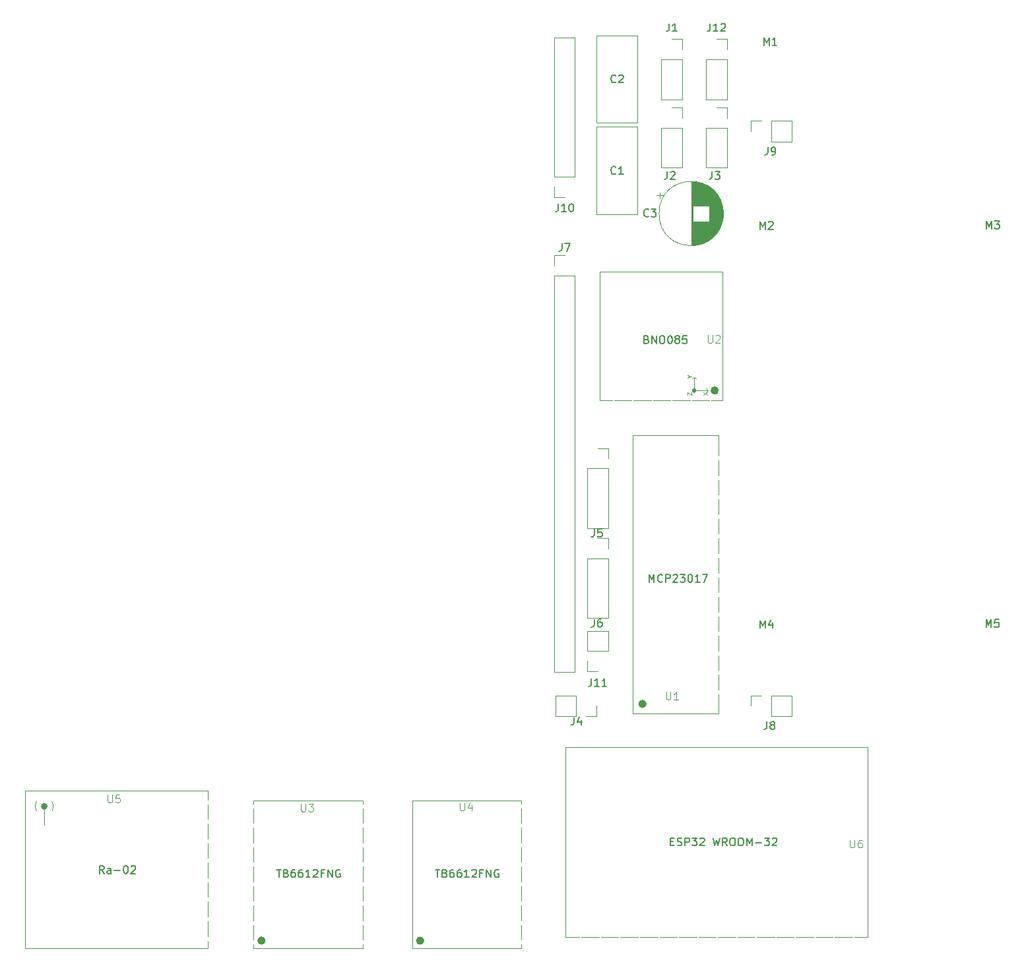
<source format=gto>
G04 #@! TF.GenerationSoftware,KiCad,Pcbnew,8.0.8-8.0.8-0~ubuntu22.04.1*
G04 #@! TF.CreationDate,2025-02-11T23:42:30+01:00*
G04 #@! TF.ProjectId,aovv_rev_0,616f7676-5f72-4657-965f-302e6b696361,rev?*
G04 #@! TF.SameCoordinates,Original*
G04 #@! TF.FileFunction,Legend,Top*
G04 #@! TF.FilePolarity,Positive*
%FSLAX46Y46*%
G04 Gerber Fmt 4.6, Leading zero omitted, Abs format (unit mm)*
G04 Created by KiCad (PCBNEW 8.0.8-8.0.8-0~ubuntu22.04.1) date 2025-02-11 23:42:30*
%MOMM*%
%LPD*%
G01*
G04 APERTURE LIST*
%ADD10C,0.150000*%
%ADD11C,0.100000*%
%ADD12C,0.120000*%
%ADD13C,0.425000*%
%ADD14C,0.550000*%
%ADD15C,0.300000*%
%ADD16C,1.524000*%
%ADD17R,1.700000X1.700000*%
%ADD18O,1.700000X1.700000*%
%ADD19C,0.800000*%
%ADD20C,6.400000*%
%ADD21C,2.000000*%
%ADD22R,1.600000X1.600000*%
%ADD23C,1.600000*%
G04 APERTURE END LIST*
D10*
X169764286Y-145031009D02*
X170097619Y-145031009D01*
X170240476Y-145554819D02*
X169764286Y-145554819D01*
X169764286Y-145554819D02*
X169764286Y-144554819D01*
X169764286Y-144554819D02*
X170240476Y-144554819D01*
X170621429Y-145507200D02*
X170764286Y-145554819D01*
X170764286Y-145554819D02*
X171002381Y-145554819D01*
X171002381Y-145554819D02*
X171097619Y-145507200D01*
X171097619Y-145507200D02*
X171145238Y-145459580D01*
X171145238Y-145459580D02*
X171192857Y-145364342D01*
X171192857Y-145364342D02*
X171192857Y-145269104D01*
X171192857Y-145269104D02*
X171145238Y-145173866D01*
X171145238Y-145173866D02*
X171097619Y-145126247D01*
X171097619Y-145126247D02*
X171002381Y-145078628D01*
X171002381Y-145078628D02*
X170811905Y-145031009D01*
X170811905Y-145031009D02*
X170716667Y-144983390D01*
X170716667Y-144983390D02*
X170669048Y-144935771D01*
X170669048Y-144935771D02*
X170621429Y-144840533D01*
X170621429Y-144840533D02*
X170621429Y-144745295D01*
X170621429Y-144745295D02*
X170669048Y-144650057D01*
X170669048Y-144650057D02*
X170716667Y-144602438D01*
X170716667Y-144602438D02*
X170811905Y-144554819D01*
X170811905Y-144554819D02*
X171050000Y-144554819D01*
X171050000Y-144554819D02*
X171192857Y-144602438D01*
X171621429Y-145554819D02*
X171621429Y-144554819D01*
X171621429Y-144554819D02*
X172002381Y-144554819D01*
X172002381Y-144554819D02*
X172097619Y-144602438D01*
X172097619Y-144602438D02*
X172145238Y-144650057D01*
X172145238Y-144650057D02*
X172192857Y-144745295D01*
X172192857Y-144745295D02*
X172192857Y-144888152D01*
X172192857Y-144888152D02*
X172145238Y-144983390D01*
X172145238Y-144983390D02*
X172097619Y-145031009D01*
X172097619Y-145031009D02*
X172002381Y-145078628D01*
X172002381Y-145078628D02*
X171621429Y-145078628D01*
X172526191Y-144554819D02*
X173145238Y-144554819D01*
X173145238Y-144554819D02*
X172811905Y-144935771D01*
X172811905Y-144935771D02*
X172954762Y-144935771D01*
X172954762Y-144935771D02*
X173050000Y-144983390D01*
X173050000Y-144983390D02*
X173097619Y-145031009D01*
X173097619Y-145031009D02*
X173145238Y-145126247D01*
X173145238Y-145126247D02*
X173145238Y-145364342D01*
X173145238Y-145364342D02*
X173097619Y-145459580D01*
X173097619Y-145459580D02*
X173050000Y-145507200D01*
X173050000Y-145507200D02*
X172954762Y-145554819D01*
X172954762Y-145554819D02*
X172669048Y-145554819D01*
X172669048Y-145554819D02*
X172573810Y-145507200D01*
X172573810Y-145507200D02*
X172526191Y-145459580D01*
X173526191Y-144650057D02*
X173573810Y-144602438D01*
X173573810Y-144602438D02*
X173669048Y-144554819D01*
X173669048Y-144554819D02*
X173907143Y-144554819D01*
X173907143Y-144554819D02*
X174002381Y-144602438D01*
X174002381Y-144602438D02*
X174050000Y-144650057D01*
X174050000Y-144650057D02*
X174097619Y-144745295D01*
X174097619Y-144745295D02*
X174097619Y-144840533D01*
X174097619Y-144840533D02*
X174050000Y-144983390D01*
X174050000Y-144983390D02*
X173478572Y-145554819D01*
X173478572Y-145554819D02*
X174097619Y-145554819D01*
X175192858Y-144554819D02*
X175430953Y-145554819D01*
X175430953Y-145554819D02*
X175621429Y-144840533D01*
X175621429Y-144840533D02*
X175811905Y-145554819D01*
X175811905Y-145554819D02*
X176050001Y-144554819D01*
X177002381Y-145554819D02*
X176669048Y-145078628D01*
X176430953Y-145554819D02*
X176430953Y-144554819D01*
X176430953Y-144554819D02*
X176811905Y-144554819D01*
X176811905Y-144554819D02*
X176907143Y-144602438D01*
X176907143Y-144602438D02*
X176954762Y-144650057D01*
X176954762Y-144650057D02*
X177002381Y-144745295D01*
X177002381Y-144745295D02*
X177002381Y-144888152D01*
X177002381Y-144888152D02*
X176954762Y-144983390D01*
X176954762Y-144983390D02*
X176907143Y-145031009D01*
X176907143Y-145031009D02*
X176811905Y-145078628D01*
X176811905Y-145078628D02*
X176430953Y-145078628D01*
X177621429Y-144554819D02*
X177811905Y-144554819D01*
X177811905Y-144554819D02*
X177907143Y-144602438D01*
X177907143Y-144602438D02*
X178002381Y-144697676D01*
X178002381Y-144697676D02*
X178050000Y-144888152D01*
X178050000Y-144888152D02*
X178050000Y-145221485D01*
X178050000Y-145221485D02*
X178002381Y-145411961D01*
X178002381Y-145411961D02*
X177907143Y-145507200D01*
X177907143Y-145507200D02*
X177811905Y-145554819D01*
X177811905Y-145554819D02*
X177621429Y-145554819D01*
X177621429Y-145554819D02*
X177526191Y-145507200D01*
X177526191Y-145507200D02*
X177430953Y-145411961D01*
X177430953Y-145411961D02*
X177383334Y-145221485D01*
X177383334Y-145221485D02*
X177383334Y-144888152D01*
X177383334Y-144888152D02*
X177430953Y-144697676D01*
X177430953Y-144697676D02*
X177526191Y-144602438D01*
X177526191Y-144602438D02*
X177621429Y-144554819D01*
X178669048Y-144554819D02*
X178859524Y-144554819D01*
X178859524Y-144554819D02*
X178954762Y-144602438D01*
X178954762Y-144602438D02*
X179050000Y-144697676D01*
X179050000Y-144697676D02*
X179097619Y-144888152D01*
X179097619Y-144888152D02*
X179097619Y-145221485D01*
X179097619Y-145221485D02*
X179050000Y-145411961D01*
X179050000Y-145411961D02*
X178954762Y-145507200D01*
X178954762Y-145507200D02*
X178859524Y-145554819D01*
X178859524Y-145554819D02*
X178669048Y-145554819D01*
X178669048Y-145554819D02*
X178573810Y-145507200D01*
X178573810Y-145507200D02*
X178478572Y-145411961D01*
X178478572Y-145411961D02*
X178430953Y-145221485D01*
X178430953Y-145221485D02*
X178430953Y-144888152D01*
X178430953Y-144888152D02*
X178478572Y-144697676D01*
X178478572Y-144697676D02*
X178573810Y-144602438D01*
X178573810Y-144602438D02*
X178669048Y-144554819D01*
X179526191Y-145554819D02*
X179526191Y-144554819D01*
X179526191Y-144554819D02*
X179859524Y-145269104D01*
X179859524Y-145269104D02*
X180192857Y-144554819D01*
X180192857Y-144554819D02*
X180192857Y-145554819D01*
X180669048Y-145173866D02*
X181430953Y-145173866D01*
X181811905Y-144554819D02*
X182430952Y-144554819D01*
X182430952Y-144554819D02*
X182097619Y-144935771D01*
X182097619Y-144935771D02*
X182240476Y-144935771D01*
X182240476Y-144935771D02*
X182335714Y-144983390D01*
X182335714Y-144983390D02*
X182383333Y-145031009D01*
X182383333Y-145031009D02*
X182430952Y-145126247D01*
X182430952Y-145126247D02*
X182430952Y-145364342D01*
X182430952Y-145364342D02*
X182383333Y-145459580D01*
X182383333Y-145459580D02*
X182335714Y-145507200D01*
X182335714Y-145507200D02*
X182240476Y-145554819D01*
X182240476Y-145554819D02*
X181954762Y-145554819D01*
X181954762Y-145554819D02*
X181859524Y-145507200D01*
X181859524Y-145507200D02*
X181811905Y-145459580D01*
X182811905Y-144650057D02*
X182859524Y-144602438D01*
X182859524Y-144602438D02*
X182954762Y-144554819D01*
X182954762Y-144554819D02*
X183192857Y-144554819D01*
X183192857Y-144554819D02*
X183288095Y-144602438D01*
X183288095Y-144602438D02*
X183335714Y-144650057D01*
X183335714Y-144650057D02*
X183383333Y-144745295D01*
X183383333Y-144745295D02*
X183383333Y-144840533D01*
X183383333Y-144840533D02*
X183335714Y-144983390D01*
X183335714Y-144983390D02*
X182764286Y-145554819D01*
X182764286Y-145554819D02*
X183383333Y-145554819D01*
D11*
X192788095Y-144807419D02*
X192788095Y-145616942D01*
X192788095Y-145616942D02*
X192835714Y-145712180D01*
X192835714Y-145712180D02*
X192883333Y-145759800D01*
X192883333Y-145759800D02*
X192978571Y-145807419D01*
X192978571Y-145807419D02*
X193169047Y-145807419D01*
X193169047Y-145807419D02*
X193264285Y-145759800D01*
X193264285Y-145759800D02*
X193311904Y-145712180D01*
X193311904Y-145712180D02*
X193359523Y-145616942D01*
X193359523Y-145616942D02*
X193359523Y-144807419D01*
X194264285Y-144807419D02*
X194073809Y-144807419D01*
X194073809Y-144807419D02*
X193978571Y-144855038D01*
X193978571Y-144855038D02*
X193930952Y-144902657D01*
X193930952Y-144902657D02*
X193835714Y-145045514D01*
X193835714Y-145045514D02*
X193788095Y-145235990D01*
X193788095Y-145235990D02*
X193788095Y-145616942D01*
X193788095Y-145616942D02*
X193835714Y-145712180D01*
X193835714Y-145712180D02*
X193883333Y-145759800D01*
X193883333Y-145759800D02*
X193978571Y-145807419D01*
X193978571Y-145807419D02*
X194169047Y-145807419D01*
X194169047Y-145807419D02*
X194264285Y-145759800D01*
X194264285Y-145759800D02*
X194311904Y-145712180D01*
X194311904Y-145712180D02*
X194359523Y-145616942D01*
X194359523Y-145616942D02*
X194359523Y-145378847D01*
X194359523Y-145378847D02*
X194311904Y-145283609D01*
X194311904Y-145283609D02*
X194264285Y-145235990D01*
X194264285Y-145235990D02*
X194169047Y-145188371D01*
X194169047Y-145188371D02*
X193978571Y-145188371D01*
X193978571Y-145188371D02*
X193883333Y-145235990D01*
X193883333Y-145235990D02*
X193835714Y-145283609D01*
X193835714Y-145283609D02*
X193788095Y-145378847D01*
D10*
X182116666Y-129604819D02*
X182116666Y-130319104D01*
X182116666Y-130319104D02*
X182069047Y-130461961D01*
X182069047Y-130461961D02*
X181973809Y-130557200D01*
X181973809Y-130557200D02*
X181830952Y-130604819D01*
X181830952Y-130604819D02*
X181735714Y-130604819D01*
X182735714Y-130033390D02*
X182640476Y-129985771D01*
X182640476Y-129985771D02*
X182592857Y-129938152D01*
X182592857Y-129938152D02*
X182545238Y-129842914D01*
X182545238Y-129842914D02*
X182545238Y-129795295D01*
X182545238Y-129795295D02*
X182592857Y-129700057D01*
X182592857Y-129700057D02*
X182640476Y-129652438D01*
X182640476Y-129652438D02*
X182735714Y-129604819D01*
X182735714Y-129604819D02*
X182926190Y-129604819D01*
X182926190Y-129604819D02*
X183021428Y-129652438D01*
X183021428Y-129652438D02*
X183069047Y-129700057D01*
X183069047Y-129700057D02*
X183116666Y-129795295D01*
X183116666Y-129795295D02*
X183116666Y-129842914D01*
X183116666Y-129842914D02*
X183069047Y-129938152D01*
X183069047Y-129938152D02*
X183021428Y-129985771D01*
X183021428Y-129985771D02*
X182926190Y-130033390D01*
X182926190Y-130033390D02*
X182735714Y-130033390D01*
X182735714Y-130033390D02*
X182640476Y-130081009D01*
X182640476Y-130081009D02*
X182592857Y-130128628D01*
X182592857Y-130128628D02*
X182545238Y-130223866D01*
X182545238Y-130223866D02*
X182545238Y-130414342D01*
X182545238Y-130414342D02*
X182592857Y-130509580D01*
X182592857Y-130509580D02*
X182640476Y-130557200D01*
X182640476Y-130557200D02*
X182735714Y-130604819D01*
X182735714Y-130604819D02*
X182926190Y-130604819D01*
X182926190Y-130604819D02*
X183021428Y-130557200D01*
X183021428Y-130557200D02*
X183069047Y-130509580D01*
X183069047Y-130509580D02*
X183116666Y-130414342D01*
X183116666Y-130414342D02*
X183116666Y-130223866D01*
X183116666Y-130223866D02*
X183069047Y-130128628D01*
X183069047Y-130128628D02*
X183021428Y-130081009D01*
X183021428Y-130081009D02*
X182926190Y-130033390D01*
X159590476Y-124074819D02*
X159590476Y-124789104D01*
X159590476Y-124789104D02*
X159542857Y-124931961D01*
X159542857Y-124931961D02*
X159447619Y-125027200D01*
X159447619Y-125027200D02*
X159304762Y-125074819D01*
X159304762Y-125074819D02*
X159209524Y-125074819D01*
X160590476Y-125074819D02*
X160019048Y-125074819D01*
X160304762Y-125074819D02*
X160304762Y-124074819D01*
X160304762Y-124074819D02*
X160209524Y-124217676D01*
X160209524Y-124217676D02*
X160114286Y-124312914D01*
X160114286Y-124312914D02*
X160019048Y-124360533D01*
X161542857Y-125074819D02*
X160971429Y-125074819D01*
X161257143Y-125074819D02*
X161257143Y-124074819D01*
X161257143Y-124074819D02*
X161161905Y-124217676D01*
X161161905Y-124217676D02*
X161066667Y-124312914D01*
X161066667Y-124312914D02*
X160971429Y-124360533D01*
X181240476Y-117604819D02*
X181240476Y-116604819D01*
X181240476Y-116604819D02*
X181573809Y-117319104D01*
X181573809Y-117319104D02*
X181907142Y-116604819D01*
X181907142Y-116604819D02*
X181907142Y-117604819D01*
X182811904Y-116938152D02*
X182811904Y-117604819D01*
X182573809Y-116557200D02*
X182335714Y-117271485D01*
X182335714Y-117271485D02*
X182954761Y-117271485D01*
X159966666Y-104904819D02*
X159966666Y-105619104D01*
X159966666Y-105619104D02*
X159919047Y-105761961D01*
X159919047Y-105761961D02*
X159823809Y-105857200D01*
X159823809Y-105857200D02*
X159680952Y-105904819D01*
X159680952Y-105904819D02*
X159585714Y-105904819D01*
X160919047Y-104904819D02*
X160442857Y-104904819D01*
X160442857Y-104904819D02*
X160395238Y-105381009D01*
X160395238Y-105381009D02*
X160442857Y-105333390D01*
X160442857Y-105333390D02*
X160538095Y-105285771D01*
X160538095Y-105285771D02*
X160776190Y-105285771D01*
X160776190Y-105285771D02*
X160871428Y-105333390D01*
X160871428Y-105333390D02*
X160919047Y-105381009D01*
X160919047Y-105381009D02*
X160966666Y-105476247D01*
X160966666Y-105476247D02*
X160966666Y-105714342D01*
X160966666Y-105714342D02*
X160919047Y-105809580D01*
X160919047Y-105809580D02*
X160871428Y-105857200D01*
X160871428Y-105857200D02*
X160776190Y-105904819D01*
X160776190Y-105904819D02*
X160538095Y-105904819D01*
X160538095Y-105904819D02*
X160442857Y-105857200D01*
X160442857Y-105857200D02*
X160395238Y-105809580D01*
X157366666Y-129054819D02*
X157366666Y-129769104D01*
X157366666Y-129769104D02*
X157319047Y-129911961D01*
X157319047Y-129911961D02*
X157223809Y-130007200D01*
X157223809Y-130007200D02*
X157080952Y-130054819D01*
X157080952Y-130054819D02*
X156985714Y-130054819D01*
X158271428Y-129388152D02*
X158271428Y-130054819D01*
X158033333Y-129007200D02*
X157795238Y-129721485D01*
X157795238Y-129721485D02*
X158414285Y-129721485D01*
X162733333Y-47499580D02*
X162685714Y-47547200D01*
X162685714Y-47547200D02*
X162542857Y-47594819D01*
X162542857Y-47594819D02*
X162447619Y-47594819D01*
X162447619Y-47594819D02*
X162304762Y-47547200D01*
X162304762Y-47547200D02*
X162209524Y-47451961D01*
X162209524Y-47451961D02*
X162161905Y-47356723D01*
X162161905Y-47356723D02*
X162114286Y-47166247D01*
X162114286Y-47166247D02*
X162114286Y-47023390D01*
X162114286Y-47023390D02*
X162161905Y-46832914D01*
X162161905Y-46832914D02*
X162209524Y-46737676D01*
X162209524Y-46737676D02*
X162304762Y-46642438D01*
X162304762Y-46642438D02*
X162447619Y-46594819D01*
X162447619Y-46594819D02*
X162542857Y-46594819D01*
X162542857Y-46594819D02*
X162685714Y-46642438D01*
X162685714Y-46642438D02*
X162733333Y-46690057D01*
X163114286Y-46690057D02*
X163161905Y-46642438D01*
X163161905Y-46642438D02*
X163257143Y-46594819D01*
X163257143Y-46594819D02*
X163495238Y-46594819D01*
X163495238Y-46594819D02*
X163590476Y-46642438D01*
X163590476Y-46642438D02*
X163638095Y-46690057D01*
X163638095Y-46690057D02*
X163685714Y-46785295D01*
X163685714Y-46785295D02*
X163685714Y-46880533D01*
X163685714Y-46880533D02*
X163638095Y-47023390D01*
X163638095Y-47023390D02*
X163066667Y-47594819D01*
X163066667Y-47594819D02*
X163685714Y-47594819D01*
X181720476Y-42774819D02*
X181720476Y-41774819D01*
X181720476Y-41774819D02*
X182053809Y-42489104D01*
X182053809Y-42489104D02*
X182387142Y-41774819D01*
X182387142Y-41774819D02*
X182387142Y-42774819D01*
X183387142Y-42774819D02*
X182815714Y-42774819D01*
X183101428Y-42774819D02*
X183101428Y-41774819D01*
X183101428Y-41774819D02*
X183006190Y-41917676D01*
X183006190Y-41917676D02*
X182910952Y-42012914D01*
X182910952Y-42012914D02*
X182815714Y-42060533D01*
X166933333Y-64709580D02*
X166885714Y-64757200D01*
X166885714Y-64757200D02*
X166742857Y-64804819D01*
X166742857Y-64804819D02*
X166647619Y-64804819D01*
X166647619Y-64804819D02*
X166504762Y-64757200D01*
X166504762Y-64757200D02*
X166409524Y-64661961D01*
X166409524Y-64661961D02*
X166361905Y-64566723D01*
X166361905Y-64566723D02*
X166314286Y-64376247D01*
X166314286Y-64376247D02*
X166314286Y-64233390D01*
X166314286Y-64233390D02*
X166361905Y-64042914D01*
X166361905Y-64042914D02*
X166409524Y-63947676D01*
X166409524Y-63947676D02*
X166504762Y-63852438D01*
X166504762Y-63852438D02*
X166647619Y-63804819D01*
X166647619Y-63804819D02*
X166742857Y-63804819D01*
X166742857Y-63804819D02*
X166885714Y-63852438D01*
X166885714Y-63852438D02*
X166933333Y-63900057D01*
X167266667Y-63804819D02*
X167885714Y-63804819D01*
X167885714Y-63804819D02*
X167552381Y-64185771D01*
X167552381Y-64185771D02*
X167695238Y-64185771D01*
X167695238Y-64185771D02*
X167790476Y-64233390D01*
X167790476Y-64233390D02*
X167838095Y-64281009D01*
X167838095Y-64281009D02*
X167885714Y-64376247D01*
X167885714Y-64376247D02*
X167885714Y-64614342D01*
X167885714Y-64614342D02*
X167838095Y-64709580D01*
X167838095Y-64709580D02*
X167790476Y-64757200D01*
X167790476Y-64757200D02*
X167695238Y-64804819D01*
X167695238Y-64804819D02*
X167409524Y-64804819D01*
X167409524Y-64804819D02*
X167314286Y-64757200D01*
X167314286Y-64757200D02*
X167266667Y-64709580D01*
D11*
X97538095Y-139007419D02*
X97538095Y-139816942D01*
X97538095Y-139816942D02*
X97585714Y-139912180D01*
X97585714Y-139912180D02*
X97633333Y-139959800D01*
X97633333Y-139959800D02*
X97728571Y-140007419D01*
X97728571Y-140007419D02*
X97919047Y-140007419D01*
X97919047Y-140007419D02*
X98014285Y-139959800D01*
X98014285Y-139959800D02*
X98061904Y-139912180D01*
X98061904Y-139912180D02*
X98109523Y-139816942D01*
X98109523Y-139816942D02*
X98109523Y-139007419D01*
X99061904Y-139007419D02*
X98585714Y-139007419D01*
X98585714Y-139007419D02*
X98538095Y-139483609D01*
X98538095Y-139483609D02*
X98585714Y-139435990D01*
X98585714Y-139435990D02*
X98680952Y-139388371D01*
X98680952Y-139388371D02*
X98919047Y-139388371D01*
X98919047Y-139388371D02*
X99014285Y-139435990D01*
X99014285Y-139435990D02*
X99061904Y-139483609D01*
X99061904Y-139483609D02*
X99109523Y-139578847D01*
X99109523Y-139578847D02*
X99109523Y-139816942D01*
X99109523Y-139816942D02*
X99061904Y-139912180D01*
X99061904Y-139912180D02*
X99014285Y-139959800D01*
X99014285Y-139959800D02*
X98919047Y-140007419D01*
X98919047Y-140007419D02*
X98680952Y-140007419D01*
X98680952Y-140007419D02*
X98585714Y-139959800D01*
X98585714Y-139959800D02*
X98538095Y-139912180D01*
D10*
X97045707Y-149119819D02*
X96712374Y-148643628D01*
X96474279Y-149119819D02*
X96474279Y-148119819D01*
X96474279Y-148119819D02*
X96855231Y-148119819D01*
X96855231Y-148119819D02*
X96950469Y-148167438D01*
X96950469Y-148167438D02*
X96998088Y-148215057D01*
X96998088Y-148215057D02*
X97045707Y-148310295D01*
X97045707Y-148310295D02*
X97045707Y-148453152D01*
X97045707Y-148453152D02*
X96998088Y-148548390D01*
X96998088Y-148548390D02*
X96950469Y-148596009D01*
X96950469Y-148596009D02*
X96855231Y-148643628D01*
X96855231Y-148643628D02*
X96474279Y-148643628D01*
X97902850Y-149119819D02*
X97902850Y-148596009D01*
X97902850Y-148596009D02*
X97855231Y-148500771D01*
X97855231Y-148500771D02*
X97759993Y-148453152D01*
X97759993Y-148453152D02*
X97569517Y-148453152D01*
X97569517Y-148453152D02*
X97474279Y-148500771D01*
X97902850Y-149072200D02*
X97807612Y-149119819D01*
X97807612Y-149119819D02*
X97569517Y-149119819D01*
X97569517Y-149119819D02*
X97474279Y-149072200D01*
X97474279Y-149072200D02*
X97426660Y-148976961D01*
X97426660Y-148976961D02*
X97426660Y-148881723D01*
X97426660Y-148881723D02*
X97474279Y-148786485D01*
X97474279Y-148786485D02*
X97569517Y-148738866D01*
X97569517Y-148738866D02*
X97807612Y-148738866D01*
X97807612Y-148738866D02*
X97902850Y-148691247D01*
X98379041Y-148738866D02*
X99140946Y-148738866D01*
X99807612Y-148119819D02*
X99902850Y-148119819D01*
X99902850Y-148119819D02*
X99998088Y-148167438D01*
X99998088Y-148167438D02*
X100045707Y-148215057D01*
X100045707Y-148215057D02*
X100093326Y-148310295D01*
X100093326Y-148310295D02*
X100140945Y-148500771D01*
X100140945Y-148500771D02*
X100140945Y-148738866D01*
X100140945Y-148738866D02*
X100093326Y-148929342D01*
X100093326Y-148929342D02*
X100045707Y-149024580D01*
X100045707Y-149024580D02*
X99998088Y-149072200D01*
X99998088Y-149072200D02*
X99902850Y-149119819D01*
X99902850Y-149119819D02*
X99807612Y-149119819D01*
X99807612Y-149119819D02*
X99712374Y-149072200D01*
X99712374Y-149072200D02*
X99664755Y-149024580D01*
X99664755Y-149024580D02*
X99617136Y-148929342D01*
X99617136Y-148929342D02*
X99569517Y-148738866D01*
X99569517Y-148738866D02*
X99569517Y-148500771D01*
X99569517Y-148500771D02*
X99617136Y-148310295D01*
X99617136Y-148310295D02*
X99664755Y-148215057D01*
X99664755Y-148215057D02*
X99712374Y-148167438D01*
X99712374Y-148167438D02*
X99807612Y-148119819D01*
X100521898Y-148215057D02*
X100569517Y-148167438D01*
X100569517Y-148167438D02*
X100664755Y-148119819D01*
X100664755Y-148119819D02*
X100902850Y-148119819D01*
X100902850Y-148119819D02*
X100998088Y-148167438D01*
X100998088Y-148167438D02*
X101045707Y-148215057D01*
X101045707Y-148215057D02*
X101093326Y-148310295D01*
X101093326Y-148310295D02*
X101093326Y-148405533D01*
X101093326Y-148405533D02*
X101045707Y-148548390D01*
X101045707Y-148548390D02*
X100474279Y-149119819D01*
X100474279Y-149119819D02*
X101093326Y-149119819D01*
D11*
X142738095Y-140057419D02*
X142738095Y-140866942D01*
X142738095Y-140866942D02*
X142785714Y-140962180D01*
X142785714Y-140962180D02*
X142833333Y-141009800D01*
X142833333Y-141009800D02*
X142928571Y-141057419D01*
X142928571Y-141057419D02*
X143119047Y-141057419D01*
X143119047Y-141057419D02*
X143214285Y-141009800D01*
X143214285Y-141009800D02*
X143261904Y-140962180D01*
X143261904Y-140962180D02*
X143309523Y-140866942D01*
X143309523Y-140866942D02*
X143309523Y-140057419D01*
X144214285Y-140390752D02*
X144214285Y-141057419D01*
X143976190Y-140009800D02*
X143738095Y-140724085D01*
X143738095Y-140724085D02*
X144357142Y-140724085D01*
D10*
X139556422Y-148619819D02*
X140127850Y-148619819D01*
X139842136Y-149619819D02*
X139842136Y-148619819D01*
X140794517Y-149096009D02*
X140937374Y-149143628D01*
X140937374Y-149143628D02*
X140984993Y-149191247D01*
X140984993Y-149191247D02*
X141032612Y-149286485D01*
X141032612Y-149286485D02*
X141032612Y-149429342D01*
X141032612Y-149429342D02*
X140984993Y-149524580D01*
X140984993Y-149524580D02*
X140937374Y-149572200D01*
X140937374Y-149572200D02*
X140842136Y-149619819D01*
X140842136Y-149619819D02*
X140461184Y-149619819D01*
X140461184Y-149619819D02*
X140461184Y-148619819D01*
X140461184Y-148619819D02*
X140794517Y-148619819D01*
X140794517Y-148619819D02*
X140889755Y-148667438D01*
X140889755Y-148667438D02*
X140937374Y-148715057D01*
X140937374Y-148715057D02*
X140984993Y-148810295D01*
X140984993Y-148810295D02*
X140984993Y-148905533D01*
X140984993Y-148905533D02*
X140937374Y-149000771D01*
X140937374Y-149000771D02*
X140889755Y-149048390D01*
X140889755Y-149048390D02*
X140794517Y-149096009D01*
X140794517Y-149096009D02*
X140461184Y-149096009D01*
X141889755Y-148619819D02*
X141699279Y-148619819D01*
X141699279Y-148619819D02*
X141604041Y-148667438D01*
X141604041Y-148667438D02*
X141556422Y-148715057D01*
X141556422Y-148715057D02*
X141461184Y-148857914D01*
X141461184Y-148857914D02*
X141413565Y-149048390D01*
X141413565Y-149048390D02*
X141413565Y-149429342D01*
X141413565Y-149429342D02*
X141461184Y-149524580D01*
X141461184Y-149524580D02*
X141508803Y-149572200D01*
X141508803Y-149572200D02*
X141604041Y-149619819D01*
X141604041Y-149619819D02*
X141794517Y-149619819D01*
X141794517Y-149619819D02*
X141889755Y-149572200D01*
X141889755Y-149572200D02*
X141937374Y-149524580D01*
X141937374Y-149524580D02*
X141984993Y-149429342D01*
X141984993Y-149429342D02*
X141984993Y-149191247D01*
X141984993Y-149191247D02*
X141937374Y-149096009D01*
X141937374Y-149096009D02*
X141889755Y-149048390D01*
X141889755Y-149048390D02*
X141794517Y-149000771D01*
X141794517Y-149000771D02*
X141604041Y-149000771D01*
X141604041Y-149000771D02*
X141508803Y-149048390D01*
X141508803Y-149048390D02*
X141461184Y-149096009D01*
X141461184Y-149096009D02*
X141413565Y-149191247D01*
X142842136Y-148619819D02*
X142651660Y-148619819D01*
X142651660Y-148619819D02*
X142556422Y-148667438D01*
X142556422Y-148667438D02*
X142508803Y-148715057D01*
X142508803Y-148715057D02*
X142413565Y-148857914D01*
X142413565Y-148857914D02*
X142365946Y-149048390D01*
X142365946Y-149048390D02*
X142365946Y-149429342D01*
X142365946Y-149429342D02*
X142413565Y-149524580D01*
X142413565Y-149524580D02*
X142461184Y-149572200D01*
X142461184Y-149572200D02*
X142556422Y-149619819D01*
X142556422Y-149619819D02*
X142746898Y-149619819D01*
X142746898Y-149619819D02*
X142842136Y-149572200D01*
X142842136Y-149572200D02*
X142889755Y-149524580D01*
X142889755Y-149524580D02*
X142937374Y-149429342D01*
X142937374Y-149429342D02*
X142937374Y-149191247D01*
X142937374Y-149191247D02*
X142889755Y-149096009D01*
X142889755Y-149096009D02*
X142842136Y-149048390D01*
X142842136Y-149048390D02*
X142746898Y-149000771D01*
X142746898Y-149000771D02*
X142556422Y-149000771D01*
X142556422Y-149000771D02*
X142461184Y-149048390D01*
X142461184Y-149048390D02*
X142413565Y-149096009D01*
X142413565Y-149096009D02*
X142365946Y-149191247D01*
X143889755Y-149619819D02*
X143318327Y-149619819D01*
X143604041Y-149619819D02*
X143604041Y-148619819D01*
X143604041Y-148619819D02*
X143508803Y-148762676D01*
X143508803Y-148762676D02*
X143413565Y-148857914D01*
X143413565Y-148857914D02*
X143318327Y-148905533D01*
X144270708Y-148715057D02*
X144318327Y-148667438D01*
X144318327Y-148667438D02*
X144413565Y-148619819D01*
X144413565Y-148619819D02*
X144651660Y-148619819D01*
X144651660Y-148619819D02*
X144746898Y-148667438D01*
X144746898Y-148667438D02*
X144794517Y-148715057D01*
X144794517Y-148715057D02*
X144842136Y-148810295D01*
X144842136Y-148810295D02*
X144842136Y-148905533D01*
X144842136Y-148905533D02*
X144794517Y-149048390D01*
X144794517Y-149048390D02*
X144223089Y-149619819D01*
X144223089Y-149619819D02*
X144842136Y-149619819D01*
X145604041Y-149096009D02*
X145270708Y-149096009D01*
X145270708Y-149619819D02*
X145270708Y-148619819D01*
X145270708Y-148619819D02*
X145746898Y-148619819D01*
X146127851Y-149619819D02*
X146127851Y-148619819D01*
X146127851Y-148619819D02*
X146699279Y-149619819D01*
X146699279Y-149619819D02*
X146699279Y-148619819D01*
X147699279Y-148667438D02*
X147604041Y-148619819D01*
X147604041Y-148619819D02*
X147461184Y-148619819D01*
X147461184Y-148619819D02*
X147318327Y-148667438D01*
X147318327Y-148667438D02*
X147223089Y-148762676D01*
X147223089Y-148762676D02*
X147175470Y-148857914D01*
X147175470Y-148857914D02*
X147127851Y-149048390D01*
X147127851Y-149048390D02*
X147127851Y-149191247D01*
X147127851Y-149191247D02*
X147175470Y-149381723D01*
X147175470Y-149381723D02*
X147223089Y-149476961D01*
X147223089Y-149476961D02*
X147318327Y-149572200D01*
X147318327Y-149572200D02*
X147461184Y-149619819D01*
X147461184Y-149619819D02*
X147556422Y-149619819D01*
X147556422Y-149619819D02*
X147699279Y-149572200D01*
X147699279Y-149572200D02*
X147746898Y-149524580D01*
X147746898Y-149524580D02*
X147746898Y-149191247D01*
X147746898Y-149191247D02*
X147556422Y-149191247D01*
X175066666Y-59004819D02*
X175066666Y-59719104D01*
X175066666Y-59719104D02*
X175019047Y-59861961D01*
X175019047Y-59861961D02*
X174923809Y-59957200D01*
X174923809Y-59957200D02*
X174780952Y-60004819D01*
X174780952Y-60004819D02*
X174685714Y-60004819D01*
X175447619Y-59004819D02*
X176066666Y-59004819D01*
X176066666Y-59004819D02*
X175733333Y-59385771D01*
X175733333Y-59385771D02*
X175876190Y-59385771D01*
X175876190Y-59385771D02*
X175971428Y-59433390D01*
X175971428Y-59433390D02*
X176019047Y-59481009D01*
X176019047Y-59481009D02*
X176066666Y-59576247D01*
X176066666Y-59576247D02*
X176066666Y-59814342D01*
X176066666Y-59814342D02*
X176019047Y-59909580D01*
X176019047Y-59909580D02*
X175971428Y-59957200D01*
X175971428Y-59957200D02*
X175876190Y-60004819D01*
X175876190Y-60004819D02*
X175590476Y-60004819D01*
X175590476Y-60004819D02*
X175495238Y-59957200D01*
X175495238Y-59957200D02*
X175447619Y-59909580D01*
X169316666Y-59004819D02*
X169316666Y-59719104D01*
X169316666Y-59719104D02*
X169269047Y-59861961D01*
X169269047Y-59861961D02*
X169173809Y-59957200D01*
X169173809Y-59957200D02*
X169030952Y-60004819D01*
X169030952Y-60004819D02*
X168935714Y-60004819D01*
X169745238Y-59100057D02*
X169792857Y-59052438D01*
X169792857Y-59052438D02*
X169888095Y-59004819D01*
X169888095Y-59004819D02*
X170126190Y-59004819D01*
X170126190Y-59004819D02*
X170221428Y-59052438D01*
X170221428Y-59052438D02*
X170269047Y-59100057D01*
X170269047Y-59100057D02*
X170316666Y-59195295D01*
X170316666Y-59195295D02*
X170316666Y-59290533D01*
X170316666Y-59290533D02*
X170269047Y-59433390D01*
X170269047Y-59433390D02*
X169697619Y-60004819D01*
X169697619Y-60004819D02*
X170316666Y-60004819D01*
X169566666Y-39994819D02*
X169566666Y-40709104D01*
X169566666Y-40709104D02*
X169519047Y-40851961D01*
X169519047Y-40851961D02*
X169423809Y-40947200D01*
X169423809Y-40947200D02*
X169280952Y-40994819D01*
X169280952Y-40994819D02*
X169185714Y-40994819D01*
X170566666Y-40994819D02*
X169995238Y-40994819D01*
X170280952Y-40994819D02*
X170280952Y-39994819D01*
X170280952Y-39994819D02*
X170185714Y-40137676D01*
X170185714Y-40137676D02*
X170090476Y-40232914D01*
X170090476Y-40232914D02*
X169995238Y-40280533D01*
X182216666Y-55854819D02*
X182216666Y-56569104D01*
X182216666Y-56569104D02*
X182169047Y-56711961D01*
X182169047Y-56711961D02*
X182073809Y-56807200D01*
X182073809Y-56807200D02*
X181930952Y-56854819D01*
X181930952Y-56854819D02*
X181835714Y-56854819D01*
X182740476Y-56854819D02*
X182930952Y-56854819D01*
X182930952Y-56854819D02*
X183026190Y-56807200D01*
X183026190Y-56807200D02*
X183073809Y-56759580D01*
X183073809Y-56759580D02*
X183169047Y-56616723D01*
X183169047Y-56616723D02*
X183216666Y-56426247D01*
X183216666Y-56426247D02*
X183216666Y-56045295D01*
X183216666Y-56045295D02*
X183169047Y-55950057D01*
X183169047Y-55950057D02*
X183121428Y-55902438D01*
X183121428Y-55902438D02*
X183026190Y-55854819D01*
X183026190Y-55854819D02*
X182835714Y-55854819D01*
X182835714Y-55854819D02*
X182740476Y-55902438D01*
X182740476Y-55902438D02*
X182692857Y-55950057D01*
X182692857Y-55950057D02*
X182645238Y-56045295D01*
X182645238Y-56045295D02*
X182645238Y-56283390D01*
X182645238Y-56283390D02*
X182692857Y-56378628D01*
X182692857Y-56378628D02*
X182740476Y-56426247D01*
X182740476Y-56426247D02*
X182835714Y-56473866D01*
X182835714Y-56473866D02*
X183026190Y-56473866D01*
X183026190Y-56473866D02*
X183121428Y-56426247D01*
X183121428Y-56426247D02*
X183169047Y-56378628D01*
X183169047Y-56378628D02*
X183216666Y-56283390D01*
X210290476Y-66354819D02*
X210290476Y-65354819D01*
X210290476Y-65354819D02*
X210623809Y-66069104D01*
X210623809Y-66069104D02*
X210957142Y-65354819D01*
X210957142Y-65354819D02*
X210957142Y-66354819D01*
X211338095Y-65354819D02*
X211957142Y-65354819D01*
X211957142Y-65354819D02*
X211623809Y-65735771D01*
X211623809Y-65735771D02*
X211766666Y-65735771D01*
X211766666Y-65735771D02*
X211861904Y-65783390D01*
X211861904Y-65783390D02*
X211909523Y-65831009D01*
X211909523Y-65831009D02*
X211957142Y-65926247D01*
X211957142Y-65926247D02*
X211957142Y-66164342D01*
X211957142Y-66164342D02*
X211909523Y-66259580D01*
X211909523Y-66259580D02*
X211861904Y-66307200D01*
X211861904Y-66307200D02*
X211766666Y-66354819D01*
X211766666Y-66354819D02*
X211480952Y-66354819D01*
X211480952Y-66354819D02*
X211385714Y-66307200D01*
X211385714Y-66307200D02*
X211338095Y-66259580D01*
D11*
X169188095Y-125807419D02*
X169188095Y-126616942D01*
X169188095Y-126616942D02*
X169235714Y-126712180D01*
X169235714Y-126712180D02*
X169283333Y-126759800D01*
X169283333Y-126759800D02*
X169378571Y-126807419D01*
X169378571Y-126807419D02*
X169569047Y-126807419D01*
X169569047Y-126807419D02*
X169664285Y-126759800D01*
X169664285Y-126759800D02*
X169711904Y-126712180D01*
X169711904Y-126712180D02*
X169759523Y-126616942D01*
X169759523Y-126616942D02*
X169759523Y-125807419D01*
X170759523Y-126807419D02*
X170188095Y-126807419D01*
X170473809Y-126807419D02*
X170473809Y-125807419D01*
X170473809Y-125807419D02*
X170378571Y-125950276D01*
X170378571Y-125950276D02*
X170283333Y-126045514D01*
X170283333Y-126045514D02*
X170188095Y-126093133D01*
D10*
X166986779Y-111719819D02*
X166986779Y-110719819D01*
X166986779Y-110719819D02*
X167320112Y-111434104D01*
X167320112Y-111434104D02*
X167653445Y-110719819D01*
X167653445Y-110719819D02*
X167653445Y-111719819D01*
X168701064Y-111624580D02*
X168653445Y-111672200D01*
X168653445Y-111672200D02*
X168510588Y-111719819D01*
X168510588Y-111719819D02*
X168415350Y-111719819D01*
X168415350Y-111719819D02*
X168272493Y-111672200D01*
X168272493Y-111672200D02*
X168177255Y-111576961D01*
X168177255Y-111576961D02*
X168129636Y-111481723D01*
X168129636Y-111481723D02*
X168082017Y-111291247D01*
X168082017Y-111291247D02*
X168082017Y-111148390D01*
X168082017Y-111148390D02*
X168129636Y-110957914D01*
X168129636Y-110957914D02*
X168177255Y-110862676D01*
X168177255Y-110862676D02*
X168272493Y-110767438D01*
X168272493Y-110767438D02*
X168415350Y-110719819D01*
X168415350Y-110719819D02*
X168510588Y-110719819D01*
X168510588Y-110719819D02*
X168653445Y-110767438D01*
X168653445Y-110767438D02*
X168701064Y-110815057D01*
X169129636Y-111719819D02*
X169129636Y-110719819D01*
X169129636Y-110719819D02*
X169510588Y-110719819D01*
X169510588Y-110719819D02*
X169605826Y-110767438D01*
X169605826Y-110767438D02*
X169653445Y-110815057D01*
X169653445Y-110815057D02*
X169701064Y-110910295D01*
X169701064Y-110910295D02*
X169701064Y-111053152D01*
X169701064Y-111053152D02*
X169653445Y-111148390D01*
X169653445Y-111148390D02*
X169605826Y-111196009D01*
X169605826Y-111196009D02*
X169510588Y-111243628D01*
X169510588Y-111243628D02*
X169129636Y-111243628D01*
X170082017Y-110815057D02*
X170129636Y-110767438D01*
X170129636Y-110767438D02*
X170224874Y-110719819D01*
X170224874Y-110719819D02*
X170462969Y-110719819D01*
X170462969Y-110719819D02*
X170558207Y-110767438D01*
X170558207Y-110767438D02*
X170605826Y-110815057D01*
X170605826Y-110815057D02*
X170653445Y-110910295D01*
X170653445Y-110910295D02*
X170653445Y-111005533D01*
X170653445Y-111005533D02*
X170605826Y-111148390D01*
X170605826Y-111148390D02*
X170034398Y-111719819D01*
X170034398Y-111719819D02*
X170653445Y-111719819D01*
X170986779Y-110719819D02*
X171605826Y-110719819D01*
X171605826Y-110719819D02*
X171272493Y-111100771D01*
X171272493Y-111100771D02*
X171415350Y-111100771D01*
X171415350Y-111100771D02*
X171510588Y-111148390D01*
X171510588Y-111148390D02*
X171558207Y-111196009D01*
X171558207Y-111196009D02*
X171605826Y-111291247D01*
X171605826Y-111291247D02*
X171605826Y-111529342D01*
X171605826Y-111529342D02*
X171558207Y-111624580D01*
X171558207Y-111624580D02*
X171510588Y-111672200D01*
X171510588Y-111672200D02*
X171415350Y-111719819D01*
X171415350Y-111719819D02*
X171129636Y-111719819D01*
X171129636Y-111719819D02*
X171034398Y-111672200D01*
X171034398Y-111672200D02*
X170986779Y-111624580D01*
X172224874Y-110719819D02*
X172320112Y-110719819D01*
X172320112Y-110719819D02*
X172415350Y-110767438D01*
X172415350Y-110767438D02*
X172462969Y-110815057D01*
X172462969Y-110815057D02*
X172510588Y-110910295D01*
X172510588Y-110910295D02*
X172558207Y-111100771D01*
X172558207Y-111100771D02*
X172558207Y-111338866D01*
X172558207Y-111338866D02*
X172510588Y-111529342D01*
X172510588Y-111529342D02*
X172462969Y-111624580D01*
X172462969Y-111624580D02*
X172415350Y-111672200D01*
X172415350Y-111672200D02*
X172320112Y-111719819D01*
X172320112Y-111719819D02*
X172224874Y-111719819D01*
X172224874Y-111719819D02*
X172129636Y-111672200D01*
X172129636Y-111672200D02*
X172082017Y-111624580D01*
X172082017Y-111624580D02*
X172034398Y-111529342D01*
X172034398Y-111529342D02*
X171986779Y-111338866D01*
X171986779Y-111338866D02*
X171986779Y-111100771D01*
X171986779Y-111100771D02*
X172034398Y-110910295D01*
X172034398Y-110910295D02*
X172082017Y-110815057D01*
X172082017Y-110815057D02*
X172129636Y-110767438D01*
X172129636Y-110767438D02*
X172224874Y-110719819D01*
X173510588Y-111719819D02*
X172939160Y-111719819D01*
X173224874Y-111719819D02*
X173224874Y-110719819D01*
X173224874Y-110719819D02*
X173129636Y-110862676D01*
X173129636Y-110862676D02*
X173034398Y-110957914D01*
X173034398Y-110957914D02*
X172939160Y-111005533D01*
X173843922Y-110719819D02*
X174510588Y-110719819D01*
X174510588Y-110719819D02*
X174082017Y-111719819D01*
X155340476Y-63144819D02*
X155340476Y-63859104D01*
X155340476Y-63859104D02*
X155292857Y-64001961D01*
X155292857Y-64001961D02*
X155197619Y-64097200D01*
X155197619Y-64097200D02*
X155054762Y-64144819D01*
X155054762Y-64144819D02*
X154959524Y-64144819D01*
X156340476Y-64144819D02*
X155769048Y-64144819D01*
X156054762Y-64144819D02*
X156054762Y-63144819D01*
X156054762Y-63144819D02*
X155959524Y-63287676D01*
X155959524Y-63287676D02*
X155864286Y-63382914D01*
X155864286Y-63382914D02*
X155769048Y-63430533D01*
X156959524Y-63144819D02*
X157054762Y-63144819D01*
X157054762Y-63144819D02*
X157150000Y-63192438D01*
X157150000Y-63192438D02*
X157197619Y-63240057D01*
X157197619Y-63240057D02*
X157245238Y-63335295D01*
X157245238Y-63335295D02*
X157292857Y-63525771D01*
X157292857Y-63525771D02*
X157292857Y-63763866D01*
X157292857Y-63763866D02*
X157245238Y-63954342D01*
X157245238Y-63954342D02*
X157197619Y-64049580D01*
X157197619Y-64049580D02*
X157150000Y-64097200D01*
X157150000Y-64097200D02*
X157054762Y-64144819D01*
X157054762Y-64144819D02*
X156959524Y-64144819D01*
X156959524Y-64144819D02*
X156864286Y-64097200D01*
X156864286Y-64097200D02*
X156816667Y-64049580D01*
X156816667Y-64049580D02*
X156769048Y-63954342D01*
X156769048Y-63954342D02*
X156721429Y-63763866D01*
X156721429Y-63763866D02*
X156721429Y-63525771D01*
X156721429Y-63525771D02*
X156769048Y-63335295D01*
X156769048Y-63335295D02*
X156816667Y-63240057D01*
X156816667Y-63240057D02*
X156864286Y-63192438D01*
X156864286Y-63192438D02*
X156959524Y-63144819D01*
X210243420Y-117507763D02*
X210243420Y-116507763D01*
X210243420Y-116507763D02*
X210576753Y-117222048D01*
X210576753Y-117222048D02*
X210910086Y-116507763D01*
X210910086Y-116507763D02*
X210910086Y-117507763D01*
X211862467Y-116507763D02*
X211386277Y-116507763D01*
X211386277Y-116507763D02*
X211338658Y-116983953D01*
X211338658Y-116983953D02*
X211386277Y-116936334D01*
X211386277Y-116936334D02*
X211481515Y-116888715D01*
X211481515Y-116888715D02*
X211719610Y-116888715D01*
X211719610Y-116888715D02*
X211814848Y-116936334D01*
X211814848Y-116936334D02*
X211862467Y-116983953D01*
X211862467Y-116983953D02*
X211910086Y-117079191D01*
X211910086Y-117079191D02*
X211910086Y-117317286D01*
X211910086Y-117317286D02*
X211862467Y-117412524D01*
X211862467Y-117412524D02*
X211814848Y-117460144D01*
X211814848Y-117460144D02*
X211719610Y-117507763D01*
X211719610Y-117507763D02*
X211481515Y-117507763D01*
X211481515Y-117507763D02*
X211386277Y-117460144D01*
X211386277Y-117460144D02*
X211338658Y-117412524D01*
X162733333Y-59249580D02*
X162685714Y-59297200D01*
X162685714Y-59297200D02*
X162542857Y-59344819D01*
X162542857Y-59344819D02*
X162447619Y-59344819D01*
X162447619Y-59344819D02*
X162304762Y-59297200D01*
X162304762Y-59297200D02*
X162209524Y-59201961D01*
X162209524Y-59201961D02*
X162161905Y-59106723D01*
X162161905Y-59106723D02*
X162114286Y-58916247D01*
X162114286Y-58916247D02*
X162114286Y-58773390D01*
X162114286Y-58773390D02*
X162161905Y-58582914D01*
X162161905Y-58582914D02*
X162209524Y-58487676D01*
X162209524Y-58487676D02*
X162304762Y-58392438D01*
X162304762Y-58392438D02*
X162447619Y-58344819D01*
X162447619Y-58344819D02*
X162542857Y-58344819D01*
X162542857Y-58344819D02*
X162685714Y-58392438D01*
X162685714Y-58392438D02*
X162733333Y-58440057D01*
X163685714Y-59344819D02*
X163114286Y-59344819D01*
X163400000Y-59344819D02*
X163400000Y-58344819D01*
X163400000Y-58344819D02*
X163304762Y-58487676D01*
X163304762Y-58487676D02*
X163209524Y-58582914D01*
X163209524Y-58582914D02*
X163114286Y-58630533D01*
D11*
X122338095Y-140157419D02*
X122338095Y-140966942D01*
X122338095Y-140966942D02*
X122385714Y-141062180D01*
X122385714Y-141062180D02*
X122433333Y-141109800D01*
X122433333Y-141109800D02*
X122528571Y-141157419D01*
X122528571Y-141157419D02*
X122719047Y-141157419D01*
X122719047Y-141157419D02*
X122814285Y-141109800D01*
X122814285Y-141109800D02*
X122861904Y-141062180D01*
X122861904Y-141062180D02*
X122909523Y-140966942D01*
X122909523Y-140966942D02*
X122909523Y-140157419D01*
X123290476Y-140157419D02*
X123909523Y-140157419D01*
X123909523Y-140157419D02*
X123576190Y-140538371D01*
X123576190Y-140538371D02*
X123719047Y-140538371D01*
X123719047Y-140538371D02*
X123814285Y-140585990D01*
X123814285Y-140585990D02*
X123861904Y-140633609D01*
X123861904Y-140633609D02*
X123909523Y-140728847D01*
X123909523Y-140728847D02*
X123909523Y-140966942D01*
X123909523Y-140966942D02*
X123861904Y-141062180D01*
X123861904Y-141062180D02*
X123814285Y-141109800D01*
X123814285Y-141109800D02*
X123719047Y-141157419D01*
X123719047Y-141157419D02*
X123433333Y-141157419D01*
X123433333Y-141157419D02*
X123338095Y-141109800D01*
X123338095Y-141109800D02*
X123290476Y-141062180D01*
D10*
X119193922Y-148619819D02*
X119765350Y-148619819D01*
X119479636Y-149619819D02*
X119479636Y-148619819D01*
X120432017Y-149096009D02*
X120574874Y-149143628D01*
X120574874Y-149143628D02*
X120622493Y-149191247D01*
X120622493Y-149191247D02*
X120670112Y-149286485D01*
X120670112Y-149286485D02*
X120670112Y-149429342D01*
X120670112Y-149429342D02*
X120622493Y-149524580D01*
X120622493Y-149524580D02*
X120574874Y-149572200D01*
X120574874Y-149572200D02*
X120479636Y-149619819D01*
X120479636Y-149619819D02*
X120098684Y-149619819D01*
X120098684Y-149619819D02*
X120098684Y-148619819D01*
X120098684Y-148619819D02*
X120432017Y-148619819D01*
X120432017Y-148619819D02*
X120527255Y-148667438D01*
X120527255Y-148667438D02*
X120574874Y-148715057D01*
X120574874Y-148715057D02*
X120622493Y-148810295D01*
X120622493Y-148810295D02*
X120622493Y-148905533D01*
X120622493Y-148905533D02*
X120574874Y-149000771D01*
X120574874Y-149000771D02*
X120527255Y-149048390D01*
X120527255Y-149048390D02*
X120432017Y-149096009D01*
X120432017Y-149096009D02*
X120098684Y-149096009D01*
X121527255Y-148619819D02*
X121336779Y-148619819D01*
X121336779Y-148619819D02*
X121241541Y-148667438D01*
X121241541Y-148667438D02*
X121193922Y-148715057D01*
X121193922Y-148715057D02*
X121098684Y-148857914D01*
X121098684Y-148857914D02*
X121051065Y-149048390D01*
X121051065Y-149048390D02*
X121051065Y-149429342D01*
X121051065Y-149429342D02*
X121098684Y-149524580D01*
X121098684Y-149524580D02*
X121146303Y-149572200D01*
X121146303Y-149572200D02*
X121241541Y-149619819D01*
X121241541Y-149619819D02*
X121432017Y-149619819D01*
X121432017Y-149619819D02*
X121527255Y-149572200D01*
X121527255Y-149572200D02*
X121574874Y-149524580D01*
X121574874Y-149524580D02*
X121622493Y-149429342D01*
X121622493Y-149429342D02*
X121622493Y-149191247D01*
X121622493Y-149191247D02*
X121574874Y-149096009D01*
X121574874Y-149096009D02*
X121527255Y-149048390D01*
X121527255Y-149048390D02*
X121432017Y-149000771D01*
X121432017Y-149000771D02*
X121241541Y-149000771D01*
X121241541Y-149000771D02*
X121146303Y-149048390D01*
X121146303Y-149048390D02*
X121098684Y-149096009D01*
X121098684Y-149096009D02*
X121051065Y-149191247D01*
X122479636Y-148619819D02*
X122289160Y-148619819D01*
X122289160Y-148619819D02*
X122193922Y-148667438D01*
X122193922Y-148667438D02*
X122146303Y-148715057D01*
X122146303Y-148715057D02*
X122051065Y-148857914D01*
X122051065Y-148857914D02*
X122003446Y-149048390D01*
X122003446Y-149048390D02*
X122003446Y-149429342D01*
X122003446Y-149429342D02*
X122051065Y-149524580D01*
X122051065Y-149524580D02*
X122098684Y-149572200D01*
X122098684Y-149572200D02*
X122193922Y-149619819D01*
X122193922Y-149619819D02*
X122384398Y-149619819D01*
X122384398Y-149619819D02*
X122479636Y-149572200D01*
X122479636Y-149572200D02*
X122527255Y-149524580D01*
X122527255Y-149524580D02*
X122574874Y-149429342D01*
X122574874Y-149429342D02*
X122574874Y-149191247D01*
X122574874Y-149191247D02*
X122527255Y-149096009D01*
X122527255Y-149096009D02*
X122479636Y-149048390D01*
X122479636Y-149048390D02*
X122384398Y-149000771D01*
X122384398Y-149000771D02*
X122193922Y-149000771D01*
X122193922Y-149000771D02*
X122098684Y-149048390D01*
X122098684Y-149048390D02*
X122051065Y-149096009D01*
X122051065Y-149096009D02*
X122003446Y-149191247D01*
X123527255Y-149619819D02*
X122955827Y-149619819D01*
X123241541Y-149619819D02*
X123241541Y-148619819D01*
X123241541Y-148619819D02*
X123146303Y-148762676D01*
X123146303Y-148762676D02*
X123051065Y-148857914D01*
X123051065Y-148857914D02*
X122955827Y-148905533D01*
X123908208Y-148715057D02*
X123955827Y-148667438D01*
X123955827Y-148667438D02*
X124051065Y-148619819D01*
X124051065Y-148619819D02*
X124289160Y-148619819D01*
X124289160Y-148619819D02*
X124384398Y-148667438D01*
X124384398Y-148667438D02*
X124432017Y-148715057D01*
X124432017Y-148715057D02*
X124479636Y-148810295D01*
X124479636Y-148810295D02*
X124479636Y-148905533D01*
X124479636Y-148905533D02*
X124432017Y-149048390D01*
X124432017Y-149048390D02*
X123860589Y-149619819D01*
X123860589Y-149619819D02*
X124479636Y-149619819D01*
X125241541Y-149096009D02*
X124908208Y-149096009D01*
X124908208Y-149619819D02*
X124908208Y-148619819D01*
X124908208Y-148619819D02*
X125384398Y-148619819D01*
X125765351Y-149619819D02*
X125765351Y-148619819D01*
X125765351Y-148619819D02*
X126336779Y-149619819D01*
X126336779Y-149619819D02*
X126336779Y-148619819D01*
X127336779Y-148667438D02*
X127241541Y-148619819D01*
X127241541Y-148619819D02*
X127098684Y-148619819D01*
X127098684Y-148619819D02*
X126955827Y-148667438D01*
X126955827Y-148667438D02*
X126860589Y-148762676D01*
X126860589Y-148762676D02*
X126812970Y-148857914D01*
X126812970Y-148857914D02*
X126765351Y-149048390D01*
X126765351Y-149048390D02*
X126765351Y-149191247D01*
X126765351Y-149191247D02*
X126812970Y-149381723D01*
X126812970Y-149381723D02*
X126860589Y-149476961D01*
X126860589Y-149476961D02*
X126955827Y-149572200D01*
X126955827Y-149572200D02*
X127098684Y-149619819D01*
X127098684Y-149619819D02*
X127193922Y-149619819D01*
X127193922Y-149619819D02*
X127336779Y-149572200D01*
X127336779Y-149572200D02*
X127384398Y-149524580D01*
X127384398Y-149524580D02*
X127384398Y-149191247D01*
X127384398Y-149191247D02*
X127193922Y-149191247D01*
X181240476Y-66410707D02*
X181240476Y-65410707D01*
X181240476Y-65410707D02*
X181573809Y-66124992D01*
X181573809Y-66124992D02*
X181907142Y-65410707D01*
X181907142Y-65410707D02*
X181907142Y-66410707D01*
X182335714Y-65505945D02*
X182383333Y-65458326D01*
X182383333Y-65458326D02*
X182478571Y-65410707D01*
X182478571Y-65410707D02*
X182716666Y-65410707D01*
X182716666Y-65410707D02*
X182811904Y-65458326D01*
X182811904Y-65458326D02*
X182859523Y-65505945D01*
X182859523Y-65505945D02*
X182907142Y-65601183D01*
X182907142Y-65601183D02*
X182907142Y-65696421D01*
X182907142Y-65696421D02*
X182859523Y-65839278D01*
X182859523Y-65839278D02*
X182288095Y-66410707D01*
X182288095Y-66410707D02*
X182907142Y-66410707D01*
X155816666Y-68204819D02*
X155816666Y-68919104D01*
X155816666Y-68919104D02*
X155769047Y-69061961D01*
X155769047Y-69061961D02*
X155673809Y-69157200D01*
X155673809Y-69157200D02*
X155530952Y-69204819D01*
X155530952Y-69204819D02*
X155435714Y-69204819D01*
X156197619Y-68204819D02*
X156864285Y-68204819D01*
X156864285Y-68204819D02*
X156435714Y-69204819D01*
X174840476Y-39994819D02*
X174840476Y-40709104D01*
X174840476Y-40709104D02*
X174792857Y-40851961D01*
X174792857Y-40851961D02*
X174697619Y-40947200D01*
X174697619Y-40947200D02*
X174554762Y-40994819D01*
X174554762Y-40994819D02*
X174459524Y-40994819D01*
X175840476Y-40994819D02*
X175269048Y-40994819D01*
X175554762Y-40994819D02*
X175554762Y-39994819D01*
X175554762Y-39994819D02*
X175459524Y-40137676D01*
X175459524Y-40137676D02*
X175364286Y-40232914D01*
X175364286Y-40232914D02*
X175269048Y-40280533D01*
X176221429Y-40090057D02*
X176269048Y-40042438D01*
X176269048Y-40042438D02*
X176364286Y-39994819D01*
X176364286Y-39994819D02*
X176602381Y-39994819D01*
X176602381Y-39994819D02*
X176697619Y-40042438D01*
X176697619Y-40042438D02*
X176745238Y-40090057D01*
X176745238Y-40090057D02*
X176792857Y-40185295D01*
X176792857Y-40185295D02*
X176792857Y-40280533D01*
X176792857Y-40280533D02*
X176745238Y-40423390D01*
X176745238Y-40423390D02*
X176173810Y-40994819D01*
X176173810Y-40994819D02*
X176792857Y-40994819D01*
D11*
X174538095Y-80007419D02*
X174538095Y-80816942D01*
X174538095Y-80816942D02*
X174585714Y-80912180D01*
X174585714Y-80912180D02*
X174633333Y-80959800D01*
X174633333Y-80959800D02*
X174728571Y-81007419D01*
X174728571Y-81007419D02*
X174919047Y-81007419D01*
X174919047Y-81007419D02*
X175014285Y-80959800D01*
X175014285Y-80959800D02*
X175061904Y-80912180D01*
X175061904Y-80912180D02*
X175109523Y-80816942D01*
X175109523Y-80816942D02*
X175109523Y-80007419D01*
X175538095Y-80102657D02*
X175585714Y-80055038D01*
X175585714Y-80055038D02*
X175680952Y-80007419D01*
X175680952Y-80007419D02*
X175919047Y-80007419D01*
X175919047Y-80007419D02*
X176014285Y-80055038D01*
X176014285Y-80055038D02*
X176061904Y-80102657D01*
X176061904Y-80102657D02*
X176109523Y-80197895D01*
X176109523Y-80197895D02*
X176109523Y-80293133D01*
X176109523Y-80293133D02*
X176061904Y-80435990D01*
X176061904Y-80435990D02*
X175490476Y-81007419D01*
X175490476Y-81007419D02*
X176109523Y-81007419D01*
X171971109Y-87725282D02*
X171971109Y-87391949D01*
X171971109Y-87391949D02*
X172471109Y-87725282D01*
X172471109Y-87725282D02*
X172471109Y-87391949D01*
X173971109Y-87725282D02*
X174471109Y-87391949D01*
X173971109Y-87391949D02*
X174471109Y-87725282D01*
D10*
X166670112Y-80546009D02*
X166812969Y-80593628D01*
X166812969Y-80593628D02*
X166860588Y-80641247D01*
X166860588Y-80641247D02*
X166908207Y-80736485D01*
X166908207Y-80736485D02*
X166908207Y-80879342D01*
X166908207Y-80879342D02*
X166860588Y-80974580D01*
X166860588Y-80974580D02*
X166812969Y-81022200D01*
X166812969Y-81022200D02*
X166717731Y-81069819D01*
X166717731Y-81069819D02*
X166336779Y-81069819D01*
X166336779Y-81069819D02*
X166336779Y-80069819D01*
X166336779Y-80069819D02*
X166670112Y-80069819D01*
X166670112Y-80069819D02*
X166765350Y-80117438D01*
X166765350Y-80117438D02*
X166812969Y-80165057D01*
X166812969Y-80165057D02*
X166860588Y-80260295D01*
X166860588Y-80260295D02*
X166860588Y-80355533D01*
X166860588Y-80355533D02*
X166812969Y-80450771D01*
X166812969Y-80450771D02*
X166765350Y-80498390D01*
X166765350Y-80498390D02*
X166670112Y-80546009D01*
X166670112Y-80546009D02*
X166336779Y-80546009D01*
X167336779Y-81069819D02*
X167336779Y-80069819D01*
X167336779Y-80069819D02*
X167908207Y-81069819D01*
X167908207Y-81069819D02*
X167908207Y-80069819D01*
X168574874Y-80069819D02*
X168765350Y-80069819D01*
X168765350Y-80069819D02*
X168860588Y-80117438D01*
X168860588Y-80117438D02*
X168955826Y-80212676D01*
X168955826Y-80212676D02*
X169003445Y-80403152D01*
X169003445Y-80403152D02*
X169003445Y-80736485D01*
X169003445Y-80736485D02*
X168955826Y-80926961D01*
X168955826Y-80926961D02*
X168860588Y-81022200D01*
X168860588Y-81022200D02*
X168765350Y-81069819D01*
X168765350Y-81069819D02*
X168574874Y-81069819D01*
X168574874Y-81069819D02*
X168479636Y-81022200D01*
X168479636Y-81022200D02*
X168384398Y-80926961D01*
X168384398Y-80926961D02*
X168336779Y-80736485D01*
X168336779Y-80736485D02*
X168336779Y-80403152D01*
X168336779Y-80403152D02*
X168384398Y-80212676D01*
X168384398Y-80212676D02*
X168479636Y-80117438D01*
X168479636Y-80117438D02*
X168574874Y-80069819D01*
X169622493Y-80069819D02*
X169717731Y-80069819D01*
X169717731Y-80069819D02*
X169812969Y-80117438D01*
X169812969Y-80117438D02*
X169860588Y-80165057D01*
X169860588Y-80165057D02*
X169908207Y-80260295D01*
X169908207Y-80260295D02*
X169955826Y-80450771D01*
X169955826Y-80450771D02*
X169955826Y-80688866D01*
X169955826Y-80688866D02*
X169908207Y-80879342D01*
X169908207Y-80879342D02*
X169860588Y-80974580D01*
X169860588Y-80974580D02*
X169812969Y-81022200D01*
X169812969Y-81022200D02*
X169717731Y-81069819D01*
X169717731Y-81069819D02*
X169622493Y-81069819D01*
X169622493Y-81069819D02*
X169527255Y-81022200D01*
X169527255Y-81022200D02*
X169479636Y-80974580D01*
X169479636Y-80974580D02*
X169432017Y-80879342D01*
X169432017Y-80879342D02*
X169384398Y-80688866D01*
X169384398Y-80688866D02*
X169384398Y-80450771D01*
X169384398Y-80450771D02*
X169432017Y-80260295D01*
X169432017Y-80260295D02*
X169479636Y-80165057D01*
X169479636Y-80165057D02*
X169527255Y-80117438D01*
X169527255Y-80117438D02*
X169622493Y-80069819D01*
X170527255Y-80498390D02*
X170432017Y-80450771D01*
X170432017Y-80450771D02*
X170384398Y-80403152D01*
X170384398Y-80403152D02*
X170336779Y-80307914D01*
X170336779Y-80307914D02*
X170336779Y-80260295D01*
X170336779Y-80260295D02*
X170384398Y-80165057D01*
X170384398Y-80165057D02*
X170432017Y-80117438D01*
X170432017Y-80117438D02*
X170527255Y-80069819D01*
X170527255Y-80069819D02*
X170717731Y-80069819D01*
X170717731Y-80069819D02*
X170812969Y-80117438D01*
X170812969Y-80117438D02*
X170860588Y-80165057D01*
X170860588Y-80165057D02*
X170908207Y-80260295D01*
X170908207Y-80260295D02*
X170908207Y-80307914D01*
X170908207Y-80307914D02*
X170860588Y-80403152D01*
X170860588Y-80403152D02*
X170812969Y-80450771D01*
X170812969Y-80450771D02*
X170717731Y-80498390D01*
X170717731Y-80498390D02*
X170527255Y-80498390D01*
X170527255Y-80498390D02*
X170432017Y-80546009D01*
X170432017Y-80546009D02*
X170384398Y-80593628D01*
X170384398Y-80593628D02*
X170336779Y-80688866D01*
X170336779Y-80688866D02*
X170336779Y-80879342D01*
X170336779Y-80879342D02*
X170384398Y-80974580D01*
X170384398Y-80974580D02*
X170432017Y-81022200D01*
X170432017Y-81022200D02*
X170527255Y-81069819D01*
X170527255Y-81069819D02*
X170717731Y-81069819D01*
X170717731Y-81069819D02*
X170812969Y-81022200D01*
X170812969Y-81022200D02*
X170860588Y-80974580D01*
X170860588Y-80974580D02*
X170908207Y-80879342D01*
X170908207Y-80879342D02*
X170908207Y-80688866D01*
X170908207Y-80688866D02*
X170860588Y-80593628D01*
X170860588Y-80593628D02*
X170812969Y-80546009D01*
X170812969Y-80546009D02*
X170717731Y-80498390D01*
X171812969Y-80069819D02*
X171336779Y-80069819D01*
X171336779Y-80069819D02*
X171289160Y-80546009D01*
X171289160Y-80546009D02*
X171336779Y-80498390D01*
X171336779Y-80498390D02*
X171432017Y-80450771D01*
X171432017Y-80450771D02*
X171670112Y-80450771D01*
X171670112Y-80450771D02*
X171765350Y-80498390D01*
X171765350Y-80498390D02*
X171812969Y-80546009D01*
X171812969Y-80546009D02*
X171860588Y-80641247D01*
X171860588Y-80641247D02*
X171860588Y-80879342D01*
X171860588Y-80879342D02*
X171812969Y-80974580D01*
X171812969Y-80974580D02*
X171765350Y-81022200D01*
X171765350Y-81022200D02*
X171670112Y-81069819D01*
X171670112Y-81069819D02*
X171432017Y-81069819D01*
X171432017Y-81069819D02*
X171336779Y-81022200D01*
X171336779Y-81022200D02*
X171289160Y-80974580D01*
D11*
X172233014Y-85332425D02*
X172471109Y-85332425D01*
X171971109Y-85499091D02*
X172233014Y-85332425D01*
X172233014Y-85332425D02*
X171971109Y-85165758D01*
D10*
X159966666Y-116454819D02*
X159966666Y-117169104D01*
X159966666Y-117169104D02*
X159919047Y-117311961D01*
X159919047Y-117311961D02*
X159823809Y-117407200D01*
X159823809Y-117407200D02*
X159680952Y-117454819D01*
X159680952Y-117454819D02*
X159585714Y-117454819D01*
X160871428Y-116454819D02*
X160680952Y-116454819D01*
X160680952Y-116454819D02*
X160585714Y-116502438D01*
X160585714Y-116502438D02*
X160538095Y-116550057D01*
X160538095Y-116550057D02*
X160442857Y-116692914D01*
X160442857Y-116692914D02*
X160395238Y-116883390D01*
X160395238Y-116883390D02*
X160395238Y-117264342D01*
X160395238Y-117264342D02*
X160442857Y-117359580D01*
X160442857Y-117359580D02*
X160490476Y-117407200D01*
X160490476Y-117407200D02*
X160585714Y-117454819D01*
X160585714Y-117454819D02*
X160776190Y-117454819D01*
X160776190Y-117454819D02*
X160871428Y-117407200D01*
X160871428Y-117407200D02*
X160919047Y-117359580D01*
X160919047Y-117359580D02*
X160966666Y-117264342D01*
X160966666Y-117264342D02*
X160966666Y-117026247D01*
X160966666Y-117026247D02*
X160919047Y-116931009D01*
X160919047Y-116931009D02*
X160871428Y-116883390D01*
X160871428Y-116883390D02*
X160776190Y-116835771D01*
X160776190Y-116835771D02*
X160585714Y-116835771D01*
X160585714Y-116835771D02*
X160490476Y-116883390D01*
X160490476Y-116883390D02*
X160442857Y-116931009D01*
X160442857Y-116931009D02*
X160395238Y-117026247D01*
D11*
X156300000Y-157287500D02*
X195025000Y-157287500D01*
X195025000Y-132887500D01*
X156300000Y-132887500D01*
X156300000Y-157287500D01*
D12*
X180070000Y-126270000D02*
X181400000Y-126270000D01*
X180070000Y-127600000D02*
X180070000Y-126270000D01*
X182670000Y-126270000D02*
X185270000Y-126270000D01*
X182670000Y-128930000D02*
X182670000Y-126270000D01*
X182670000Y-128930000D02*
X185270000Y-128930000D01*
X185270000Y-128930000D02*
X185270000Y-126270000D01*
X159070000Y-120580000D02*
X159070000Y-117980000D01*
X159070000Y-123180000D02*
X159070000Y-121850000D01*
X160400000Y-123180000D02*
X159070000Y-123180000D01*
X161730000Y-117980000D02*
X159070000Y-117980000D01*
X161730000Y-120580000D02*
X159070000Y-120580000D01*
X161730000Y-120580000D02*
X161730000Y-117980000D01*
X159095000Y-97110000D02*
X159095000Y-104790000D01*
X159095000Y-97110000D02*
X161755000Y-97110000D01*
X159095000Y-104790000D02*
X161755000Y-104790000D01*
X160425000Y-94510000D02*
X161755000Y-94510000D01*
X161755000Y-94510000D02*
X161755000Y-95840000D01*
X161755000Y-97110000D02*
X161755000Y-104790000D01*
X155030000Y-126270000D02*
X155030000Y-128930000D01*
X157630000Y-126270000D02*
X155030000Y-126270000D01*
X157630000Y-126270000D02*
X157630000Y-128930000D01*
X157630000Y-128930000D02*
X155030000Y-128930000D01*
X160230000Y-127600000D02*
X160230000Y-128930000D01*
X160230000Y-128930000D02*
X158900000Y-128930000D01*
X160280000Y-41520000D02*
X165520000Y-41520000D01*
X160280000Y-52760000D02*
X160280000Y-41520000D01*
X160280000Y-52760000D02*
X165520000Y-52760000D01*
X165520000Y-52760000D02*
X165520000Y-41520000D01*
X167990302Y-62075000D02*
X168790302Y-62075000D01*
X168390302Y-61675000D02*
X168390302Y-62475000D01*
X172400000Y-60310000D02*
X172400000Y-68470000D01*
X172440000Y-60310000D02*
X172440000Y-68470000D01*
X172480000Y-60310000D02*
X172480000Y-68470000D01*
X172520000Y-60311000D02*
X172520000Y-68469000D01*
X172560000Y-60313000D02*
X172560000Y-68467000D01*
X172600000Y-60314000D02*
X172600000Y-68466000D01*
X172640000Y-60316000D02*
X172640000Y-63350000D01*
X172640000Y-65430000D02*
X172640000Y-68464000D01*
X172680000Y-60319000D02*
X172680000Y-63350000D01*
X172680000Y-65430000D02*
X172680000Y-68461000D01*
X172720000Y-60322000D02*
X172720000Y-63350000D01*
X172720000Y-65430000D02*
X172720000Y-68458000D01*
X172760000Y-60325000D02*
X172760000Y-63350000D01*
X172760000Y-65430000D02*
X172760000Y-68455000D01*
X172800000Y-60329000D02*
X172800000Y-63350000D01*
X172800000Y-65430000D02*
X172800000Y-68451000D01*
X172840000Y-60333000D02*
X172840000Y-63350000D01*
X172840000Y-65430000D02*
X172840000Y-68447000D01*
X172880000Y-60338000D02*
X172880000Y-63350000D01*
X172880000Y-65430000D02*
X172880000Y-68442000D01*
X172920000Y-60342000D02*
X172920000Y-63350000D01*
X172920000Y-65430000D02*
X172920000Y-68438000D01*
X172960000Y-60348000D02*
X172960000Y-63350000D01*
X172960000Y-65430000D02*
X172960000Y-68432000D01*
X173000000Y-60353000D02*
X173000000Y-63350000D01*
X173000000Y-65430000D02*
X173000000Y-68427000D01*
X173040000Y-60360000D02*
X173040000Y-63350000D01*
X173040000Y-65430000D02*
X173040000Y-68420000D01*
X173080000Y-60366000D02*
X173080000Y-63350000D01*
X173080000Y-65430000D02*
X173080000Y-68414000D01*
X173121000Y-60373000D02*
X173121000Y-63350000D01*
X173121000Y-65430000D02*
X173121000Y-68407000D01*
X173161000Y-60380000D02*
X173161000Y-63350000D01*
X173161000Y-65430000D02*
X173161000Y-68400000D01*
X173201000Y-60388000D02*
X173201000Y-63350000D01*
X173201000Y-65430000D02*
X173201000Y-68392000D01*
X173241000Y-60396000D02*
X173241000Y-63350000D01*
X173241000Y-65430000D02*
X173241000Y-68384000D01*
X173281000Y-60405000D02*
X173281000Y-63350000D01*
X173281000Y-65430000D02*
X173281000Y-68375000D01*
X173321000Y-60414000D02*
X173321000Y-63350000D01*
X173321000Y-65430000D02*
X173321000Y-68366000D01*
X173361000Y-60423000D02*
X173361000Y-63350000D01*
X173361000Y-65430000D02*
X173361000Y-68357000D01*
X173401000Y-60433000D02*
X173401000Y-63350000D01*
X173401000Y-65430000D02*
X173401000Y-68347000D01*
X173441000Y-60443000D02*
X173441000Y-63350000D01*
X173441000Y-65430000D02*
X173441000Y-68337000D01*
X173481000Y-60454000D02*
X173481000Y-63350000D01*
X173481000Y-65430000D02*
X173481000Y-68326000D01*
X173521000Y-60465000D02*
X173521000Y-63350000D01*
X173521000Y-65430000D02*
X173521000Y-68315000D01*
X173561000Y-60476000D02*
X173561000Y-63350000D01*
X173561000Y-65430000D02*
X173561000Y-68304000D01*
X173601000Y-60488000D02*
X173601000Y-63350000D01*
X173601000Y-65430000D02*
X173601000Y-68292000D01*
X173641000Y-60501000D02*
X173641000Y-63350000D01*
X173641000Y-65430000D02*
X173641000Y-68279000D01*
X173681000Y-60513000D02*
X173681000Y-63350000D01*
X173681000Y-65430000D02*
X173681000Y-68267000D01*
X173721000Y-60527000D02*
X173721000Y-63350000D01*
X173721000Y-65430000D02*
X173721000Y-68253000D01*
X173761000Y-60540000D02*
X173761000Y-63350000D01*
X173761000Y-65430000D02*
X173761000Y-68240000D01*
X173801000Y-60555000D02*
X173801000Y-63350000D01*
X173801000Y-65430000D02*
X173801000Y-68225000D01*
X173841000Y-60569000D02*
X173841000Y-63350000D01*
X173841000Y-65430000D02*
X173841000Y-68211000D01*
X173881000Y-60585000D02*
X173881000Y-63350000D01*
X173881000Y-65430000D02*
X173881000Y-68195000D01*
X173921000Y-60600000D02*
X173921000Y-63350000D01*
X173921000Y-65430000D02*
X173921000Y-68180000D01*
X173961000Y-60616000D02*
X173961000Y-63350000D01*
X173961000Y-65430000D02*
X173961000Y-68164000D01*
X174001000Y-60633000D02*
X174001000Y-63350000D01*
X174001000Y-65430000D02*
X174001000Y-68147000D01*
X174041000Y-60650000D02*
X174041000Y-63350000D01*
X174041000Y-65430000D02*
X174041000Y-68130000D01*
X174081000Y-60668000D02*
X174081000Y-63350000D01*
X174081000Y-65430000D02*
X174081000Y-68112000D01*
X174121000Y-60686000D02*
X174121000Y-63350000D01*
X174121000Y-65430000D02*
X174121000Y-68094000D01*
X174161000Y-60704000D02*
X174161000Y-63350000D01*
X174161000Y-65430000D02*
X174161000Y-68076000D01*
X174201000Y-60724000D02*
X174201000Y-63350000D01*
X174201000Y-65430000D02*
X174201000Y-68056000D01*
X174241000Y-60743000D02*
X174241000Y-63350000D01*
X174241000Y-65430000D02*
X174241000Y-68037000D01*
X174281000Y-60763000D02*
X174281000Y-63350000D01*
X174281000Y-65430000D02*
X174281000Y-68017000D01*
X174321000Y-60784000D02*
X174321000Y-63350000D01*
X174321000Y-65430000D02*
X174321000Y-67996000D01*
X174361000Y-60806000D02*
X174361000Y-63350000D01*
X174361000Y-65430000D02*
X174361000Y-67974000D01*
X174401000Y-60828000D02*
X174401000Y-63350000D01*
X174401000Y-65430000D02*
X174401000Y-67952000D01*
X174441000Y-60850000D02*
X174441000Y-63350000D01*
X174441000Y-65430000D02*
X174441000Y-67930000D01*
X174481000Y-60873000D02*
X174481000Y-63350000D01*
X174481000Y-65430000D02*
X174481000Y-67907000D01*
X174521000Y-60897000D02*
X174521000Y-63350000D01*
X174521000Y-65430000D02*
X174521000Y-67883000D01*
X174561000Y-60921000D02*
X174561000Y-63350000D01*
X174561000Y-65430000D02*
X174561000Y-67859000D01*
X174601000Y-60946000D02*
X174601000Y-63350000D01*
X174601000Y-65430000D02*
X174601000Y-67834000D01*
X174641000Y-60972000D02*
X174641000Y-63350000D01*
X174641000Y-65430000D02*
X174641000Y-67808000D01*
X174681000Y-60998000D02*
X174681000Y-63350000D01*
X174681000Y-65430000D02*
X174681000Y-67782000D01*
X174721000Y-61025000D02*
X174721000Y-67755000D01*
X174761000Y-61052000D02*
X174761000Y-67728000D01*
X174801000Y-61081000D02*
X174801000Y-67699000D01*
X174841000Y-61110000D02*
X174841000Y-67670000D01*
X174881000Y-61140000D02*
X174881000Y-67640000D01*
X174921000Y-61170000D02*
X174921000Y-67610000D01*
X174961000Y-61201000D02*
X174961000Y-67579000D01*
X175001000Y-61234000D02*
X175001000Y-67546000D01*
X175041000Y-61266000D02*
X175041000Y-67514000D01*
X175081000Y-61300000D02*
X175081000Y-67480000D01*
X175121000Y-61335000D02*
X175121000Y-67445000D01*
X175161000Y-61371000D02*
X175161000Y-67409000D01*
X175201000Y-61407000D02*
X175201000Y-67373000D01*
X175241000Y-61445000D02*
X175241000Y-67335000D01*
X175281000Y-61483000D02*
X175281000Y-67297000D01*
X175321000Y-61523000D02*
X175321000Y-67257000D01*
X175361000Y-61564000D02*
X175361000Y-67216000D01*
X175401000Y-61606000D02*
X175401000Y-67174000D01*
X175441000Y-61649000D02*
X175441000Y-67131000D01*
X175481000Y-61693000D02*
X175481000Y-67087000D01*
X175521000Y-61739000D02*
X175521000Y-67041000D01*
X175561000Y-61786000D02*
X175561000Y-66994000D01*
X175601000Y-61834000D02*
X175601000Y-66946000D01*
X175641000Y-61885000D02*
X175641000Y-66895000D01*
X175681000Y-61936000D02*
X175681000Y-66844000D01*
X175721000Y-61990000D02*
X175721000Y-66790000D01*
X175761000Y-62045000D02*
X175761000Y-66735000D01*
X175801000Y-62103000D02*
X175801000Y-66677000D01*
X175841000Y-62162000D02*
X175841000Y-66618000D01*
X175881000Y-62224000D02*
X175881000Y-66556000D01*
X175921000Y-62288000D02*
X175921000Y-66492000D01*
X175961000Y-62356000D02*
X175961000Y-66424000D01*
X176001000Y-62426000D02*
X176001000Y-66354000D01*
X176041000Y-62500000D02*
X176041000Y-66280000D01*
X176081000Y-62577000D02*
X176081000Y-66203000D01*
X176121000Y-62659000D02*
X176121000Y-66121000D01*
X176161000Y-62745000D02*
X176161000Y-66035000D01*
X176201000Y-62838000D02*
X176201000Y-65942000D01*
X176241000Y-62937000D02*
X176241000Y-65843000D01*
X176281000Y-63044000D02*
X176281000Y-65736000D01*
X176321000Y-63161000D02*
X176321000Y-65619000D01*
X176361000Y-63292000D02*
X176361000Y-65488000D01*
X176401000Y-63442000D02*
X176401000Y-65338000D01*
X176441000Y-63622000D02*
X176441000Y-65158000D01*
X176481000Y-63857000D02*
X176481000Y-64923000D01*
X176520000Y-64390000D02*
G75*
G02*
X168280000Y-64390000I-4120000J0D01*
G01*
X168280000Y-64390000D02*
G75*
G02*
X176520000Y-64390000I4120000J0D01*
G01*
D11*
X89387500Y-142875000D02*
X89387500Y-140500000D01*
X86887500Y-138500000D02*
X110387500Y-138500000D01*
X110387500Y-158750000D01*
X86887500Y-158750000D01*
X86887500Y-138500000D01*
X88387501Y-141125000D02*
G75*
G02*
X88387501Y-139875000I999999J625000D01*
G01*
X90387499Y-139875000D02*
G75*
G02*
X90387499Y-141125000I-999999J-625000D01*
G01*
D13*
X89600000Y-140500000D02*
G75*
G02*
X89175000Y-140500000I-212500J0D01*
G01*
X89175000Y-140500000D02*
G75*
G02*
X89600000Y-140500000I212500J0D01*
G01*
D11*
X136612500Y-139750000D02*
X150612500Y-139750000D01*
X150612500Y-158750000D01*
X136612500Y-158750000D01*
X136612500Y-139750000D01*
D14*
X137887500Y-157750000D02*
G75*
G02*
X137337500Y-157750000I-275000J0D01*
G01*
X137337500Y-157750000D02*
G75*
G02*
X137887500Y-157750000I275000J0D01*
G01*
D12*
X174320000Y-53370000D02*
X174320000Y-58510000D01*
X174320000Y-53370000D02*
X176980000Y-53370000D01*
X174320000Y-58510000D02*
X176980000Y-58510000D01*
X175650000Y-50770000D02*
X176980000Y-50770000D01*
X176980000Y-50770000D02*
X176980000Y-52100000D01*
X176980000Y-53370000D02*
X176980000Y-58510000D01*
X168570000Y-53370000D02*
X168570000Y-58510000D01*
X168570000Y-53370000D02*
X171230000Y-53370000D01*
X168570000Y-58510000D02*
X171230000Y-58510000D01*
X169900000Y-50770000D02*
X171230000Y-50770000D01*
X171230000Y-50770000D02*
X171230000Y-52100000D01*
X171230000Y-53370000D02*
X171230000Y-58510000D01*
X168570000Y-44580000D02*
X168570000Y-49720000D01*
X168570000Y-44580000D02*
X171230000Y-44580000D01*
X168570000Y-49720000D02*
X171230000Y-49720000D01*
X169900000Y-41980000D02*
X171230000Y-41980000D01*
X171230000Y-41980000D02*
X171230000Y-43310000D01*
X171230000Y-44580000D02*
X171230000Y-49720000D01*
X180070000Y-52495000D02*
X181400000Y-52495000D01*
X180070000Y-53825000D02*
X180070000Y-52495000D01*
X182670000Y-52495000D02*
X185270000Y-52495000D01*
X182670000Y-55155000D02*
X182670000Y-52495000D01*
X182670000Y-55155000D02*
X185270000Y-55155000D01*
X185270000Y-55155000D02*
X185270000Y-52495000D01*
D11*
X164900000Y-92850000D02*
X175900000Y-92850000D01*
X175900000Y-128600000D01*
X164900000Y-128600000D01*
X164900000Y-92850000D01*
D14*
X166425000Y-127350000D02*
G75*
G02*
X165875000Y-127350000I-275000J0D01*
G01*
X165875000Y-127350000D02*
G75*
G02*
X166425000Y-127350000I275000J0D01*
G01*
D12*
X154820000Y-59650000D02*
X154820000Y-41810000D01*
X154820000Y-62250000D02*
X154820000Y-60920000D01*
X156150000Y-62250000D02*
X154820000Y-62250000D01*
X157480000Y-41810000D02*
X154820000Y-41810000D01*
X157480000Y-59650000D02*
X154820000Y-59650000D01*
X157480000Y-59650000D02*
X157480000Y-41810000D01*
X160280000Y-53270000D02*
X165520000Y-53270000D01*
X160280000Y-64510000D02*
X160280000Y-53270000D01*
X160280000Y-64510000D02*
X165520000Y-64510000D01*
X165520000Y-64510000D02*
X165520000Y-53270000D01*
D11*
X116250000Y-139750000D02*
X130250000Y-139750000D01*
X130250000Y-158750000D01*
X116250000Y-158750000D01*
X116250000Y-139750000D01*
D14*
X117525000Y-157750000D02*
G75*
G02*
X116975000Y-157750000I-275000J0D01*
G01*
X116975000Y-157750000D02*
G75*
G02*
X117525000Y-157750000I275000J0D01*
G01*
D12*
X154820000Y-69750000D02*
X156150000Y-69750000D01*
X154820000Y-71080000D02*
X154820000Y-69750000D01*
X154820000Y-72350000D02*
X154820000Y-123210000D01*
X154820000Y-72350000D02*
X157480000Y-72350000D01*
X154820000Y-123210000D02*
X157480000Y-123210000D01*
X157480000Y-72350000D02*
X157480000Y-123210000D01*
X174320000Y-44580000D02*
X174320000Y-49720000D01*
X174320000Y-44580000D02*
X176980000Y-44580000D01*
X174320000Y-49720000D02*
X176980000Y-49720000D01*
X175650000Y-41980000D02*
X176980000Y-41980000D01*
X176980000Y-41980000D02*
X176980000Y-43310000D01*
X176980000Y-44580000D02*
X176980000Y-49720000D01*
D11*
X172787500Y-85362500D02*
X172537500Y-85612500D01*
X172787500Y-85362500D02*
X173037500Y-85612500D01*
X172787500Y-87112500D02*
X172787500Y-85362500D01*
X172787500Y-87112500D02*
X174537500Y-87112500D01*
X174287500Y-86862500D02*
X174537500Y-87112500D01*
X174287500Y-87362500D02*
X174537500Y-87112500D01*
X174537500Y-87112500D02*
X174287500Y-87362500D01*
X160662500Y-88362500D02*
X176412500Y-88362500D01*
X176412500Y-71862500D01*
X160662500Y-71862500D01*
X160662500Y-88362500D01*
D15*
X172937500Y-87112500D02*
G75*
G02*
X172637500Y-87112500I-150000J0D01*
G01*
X172637500Y-87112500D02*
G75*
G02*
X172937500Y-87112500I150000J0D01*
G01*
D14*
X175687500Y-87112500D02*
G75*
G02*
X175137500Y-87112500I-275000J0D01*
G01*
X175137500Y-87112500D02*
G75*
G02*
X175687500Y-87112500I275000J0D01*
G01*
D12*
X159095000Y-108650000D02*
X159095000Y-116330000D01*
X159095000Y-108650000D02*
X161755000Y-108650000D01*
X159095000Y-116330000D02*
X161755000Y-116330000D01*
X160425000Y-106050000D02*
X161755000Y-106050000D01*
X161755000Y-106050000D02*
X161755000Y-107380000D01*
X161755000Y-108650000D02*
X161755000Y-116330000D01*
%LPC*%
D16*
X193250000Y-158087500D03*
X190750000Y-158087500D03*
X188250000Y-158087500D03*
X185750000Y-158087500D03*
X183250000Y-158087500D03*
X180750000Y-158087500D03*
X178250000Y-158087500D03*
X175750000Y-158087500D03*
X173250000Y-158087500D03*
X170750000Y-158087500D03*
X168250000Y-158087500D03*
X165750000Y-158087500D03*
X163250000Y-158087500D03*
X160750000Y-158087500D03*
X158250000Y-158087500D03*
X158250000Y-132087500D03*
X160750000Y-132087500D03*
X163250000Y-132087500D03*
X165750000Y-132087500D03*
X168250000Y-132087500D03*
X170750000Y-132087500D03*
X173250000Y-132087500D03*
X175750000Y-132087500D03*
X178250000Y-132087500D03*
X180750000Y-132087500D03*
X183250000Y-132087500D03*
X185750000Y-132087500D03*
X188250000Y-132087500D03*
X190750000Y-132087500D03*
X193250000Y-132087500D03*
D17*
X181400000Y-127600000D03*
D18*
X183940000Y-127600000D03*
D17*
X160400000Y-121850000D03*
D18*
X160400000Y-119310000D03*
D19*
X179650000Y-121350000D03*
X180352944Y-119652944D03*
X180352944Y-123047056D03*
X182050000Y-118950000D03*
D20*
X182050000Y-121350000D03*
D19*
X182050000Y-123750000D03*
X183747056Y-119652944D03*
X183747056Y-123047056D03*
X184450000Y-121350000D03*
D17*
X160425000Y-95840000D03*
D18*
X160425000Y-98380000D03*
X160425000Y-100920000D03*
X160425000Y-103460000D03*
D17*
X158900000Y-127600000D03*
D18*
X156360000Y-127600000D03*
D21*
X162900000Y-49640000D03*
X162900000Y-44640000D03*
D19*
X180130000Y-46520000D03*
X180832944Y-44822944D03*
X180832944Y-48217056D03*
X182530000Y-44120000D03*
D20*
X182530000Y-46520000D03*
D19*
X182530000Y-48920000D03*
X184227056Y-44822944D03*
X184227056Y-48217056D03*
X184930000Y-46520000D03*
D22*
X171150000Y-64390000D03*
D23*
X173650000Y-64390000D03*
D16*
X86137500Y-157500000D03*
X86137500Y-155000000D03*
X86137500Y-152500000D03*
X86137500Y-150000000D03*
X86137500Y-147500000D03*
X86137500Y-145000000D03*
X86137500Y-142500000D03*
X86137500Y-140000000D03*
X111137500Y-140000000D03*
X111137500Y-142500000D03*
X111137500Y-145000000D03*
X111137500Y-147500000D03*
X111137500Y-150000000D03*
X111137500Y-152500000D03*
X111137500Y-155000000D03*
X111137500Y-157500000D03*
X135862500Y-158000000D03*
X135862500Y-155500000D03*
X135862500Y-153000000D03*
X135862500Y-150500000D03*
X135862500Y-148000000D03*
X135862500Y-145500000D03*
X135862500Y-143000000D03*
X135862500Y-140500000D03*
X151362500Y-140500000D03*
X151362500Y-143000000D03*
X151362500Y-145500000D03*
X151362500Y-148000000D03*
X151362500Y-150500000D03*
X151362500Y-153000000D03*
X151362500Y-155500000D03*
X151362500Y-158000000D03*
D17*
X175650000Y-52100000D03*
D18*
X175650000Y-54640000D03*
X175650000Y-57180000D03*
D17*
X169900000Y-52100000D03*
D18*
X169900000Y-54640000D03*
X169900000Y-57180000D03*
D17*
X169900000Y-43310000D03*
D18*
X169900000Y-45850000D03*
X169900000Y-48390000D03*
D17*
X181400000Y-53825000D03*
D18*
X183940000Y-53825000D03*
D19*
X211050000Y-64000000D03*
X209352944Y-63297056D03*
X212747056Y-63297056D03*
X208650000Y-61600000D03*
D20*
X211050000Y-61600000D03*
D19*
X213450000Y-61600000D03*
X209352944Y-59902944D03*
X212747056Y-59902944D03*
X211050000Y-59200000D03*
D16*
X164150000Y-125850000D03*
X164150000Y-123350000D03*
X164150000Y-120850000D03*
X164150000Y-118350000D03*
X164150000Y-115850000D03*
X164150000Y-113350000D03*
X164150000Y-110850000D03*
X164150000Y-108350000D03*
X164150000Y-105850000D03*
X164150000Y-103350000D03*
X164150000Y-100850000D03*
X164150000Y-98350000D03*
X164150000Y-95850000D03*
X176650000Y-95850000D03*
X176650000Y-98350000D03*
X176650000Y-100850000D03*
X176650000Y-103350000D03*
X176650000Y-105850000D03*
X176650000Y-108350000D03*
X176650000Y-110850000D03*
X176650000Y-113350000D03*
X176650000Y-115850000D03*
X176650000Y-118350000D03*
X176650000Y-120850000D03*
X176650000Y-123350000D03*
X176650000Y-125850000D03*
D17*
X156150000Y-60920000D03*
D18*
X156150000Y-58380000D03*
X156150000Y-55840000D03*
X156150000Y-53300000D03*
X156150000Y-50760000D03*
X156150000Y-48220000D03*
X156150000Y-45680000D03*
X156150000Y-43140000D03*
D19*
X208652944Y-121252944D03*
X209355888Y-119555888D03*
X209355888Y-122950000D03*
X211052944Y-118852944D03*
D20*
X211052944Y-121252944D03*
D19*
X211052944Y-123652944D03*
X212750000Y-119555888D03*
X212750000Y-122950000D03*
X213452944Y-121252944D03*
D21*
X162900000Y-61390000D03*
X162900000Y-56390000D03*
D16*
X115500000Y-158000000D03*
X115500000Y-155500000D03*
X115500000Y-153000000D03*
X115500000Y-150500000D03*
X115500000Y-148000000D03*
X115500000Y-145500000D03*
X115500000Y-143000000D03*
X115500000Y-140500000D03*
X131000000Y-140500000D03*
X131000000Y-143000000D03*
X131000000Y-145500000D03*
X131000000Y-148000000D03*
X131000000Y-150500000D03*
X131000000Y-153000000D03*
X131000000Y-155500000D03*
X131000000Y-158000000D03*
D19*
X184450000Y-61755888D03*
X183747056Y-63452944D03*
X183747056Y-60058832D03*
X182050000Y-64155888D03*
D20*
X182050000Y-61755888D03*
D19*
X182050000Y-59355888D03*
X180352944Y-63452944D03*
X180352944Y-60058832D03*
X179650000Y-61755888D03*
D17*
X156150000Y-71080000D03*
D18*
X156150000Y-73620000D03*
X156150000Y-76160000D03*
X156150000Y-78700000D03*
X156150000Y-81240000D03*
X156150000Y-83780000D03*
X156150000Y-86320000D03*
X156150000Y-88860000D03*
X156150000Y-91400000D03*
X156150000Y-93940000D03*
X156150000Y-96480000D03*
X156150000Y-99020000D03*
X156150000Y-101560000D03*
X156150000Y-104100000D03*
X156150000Y-106640000D03*
X156150000Y-109180000D03*
X156150000Y-111720000D03*
X156150000Y-114260000D03*
X156150000Y-116800000D03*
X156150000Y-119340000D03*
X156150000Y-121880000D03*
D17*
X175650000Y-43310000D03*
D18*
X175650000Y-45850000D03*
X175650000Y-48390000D03*
D16*
X174912500Y-89112500D03*
X172412500Y-89112500D03*
X169912500Y-89112500D03*
X167412500Y-89112500D03*
X164912500Y-89112500D03*
X162412500Y-89112500D03*
X162412500Y-71112500D03*
X164912500Y-71112500D03*
X167412500Y-71112500D03*
X169912500Y-71112500D03*
X172412500Y-71112500D03*
X174912500Y-71112500D03*
D17*
X160425000Y-107380000D03*
D18*
X160425000Y-109920000D03*
X160425000Y-112460000D03*
X160425000Y-115000000D03*
%LPD*%
M02*

</source>
